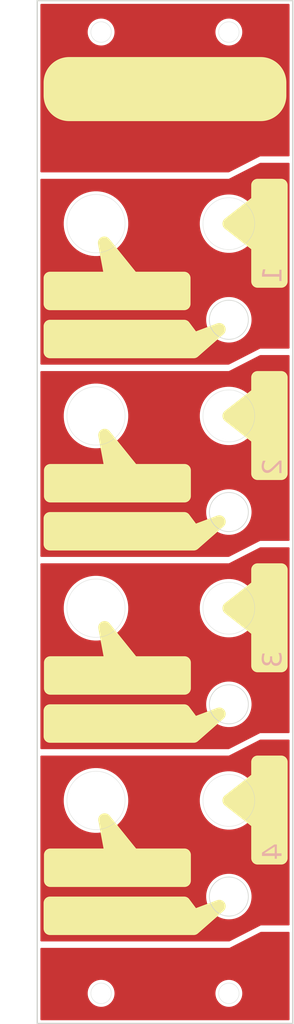
<source format=kicad_pcb>
(kicad_pcb
	(version 20241229)
	(generator "pcbnew")
	(generator_version "9.0")
	(general
		(thickness 1.6)
		(legacy_teardrops no)
	)
	(paper "A4" portrait)
	(title_block
		(title "Face Plate for ASMR DreamLand Prototyping Module")
		(date "2025-09-09")
		(rev "A")
		(company "by Circuit Monkey")
		(comment 1 "for ASMR :: Advanced Synth Module Rack")
	)
	(layers
		(0 "F.Cu" signal)
		(2 "B.Cu" signal)
		(9 "F.Adhes" user "F.Adhesive")
		(11 "B.Adhes" user "B.Adhesive")
		(13 "F.Paste" user)
		(15 "B.Paste" user)
		(5 "F.SilkS" user "F.Silkscreen")
		(7 "B.SilkS" user "B.Silkscreen")
		(1 "F.Mask" user)
		(3 "B.Mask" user)
		(17 "Dwgs.User" user "User.Drawings")
		(19 "Cmts.User" user "User.Comments")
		(21 "Eco1.User" user "User.Eco1")
		(23 "Eco2.User" user "User.Eco2")
		(25 "Edge.Cuts" user)
		(27 "Margin" user)
		(31 "F.CrtYd" user "F.Courtyard")
		(29 "B.CrtYd" user "B.Courtyard")
		(35 "F.Fab" user)
		(33 "B.Fab" user)
		(39 "User.1" user)
		(41 "User.2" user)
		(43 "User.3" user)
		(45 "User.4" user)
	)
	(setup
		(pad_to_mask_clearance 0)
		(allow_soldermask_bridges_in_footprints no)
		(tenting front back)
		(pcbplotparams
			(layerselection 0x00000000_00000000_55555555_5755f5ff)
			(plot_on_all_layers_selection 0x00000000_00000000_00000000_00000000)
			(disableapertmacros no)
			(usegerberextensions no)
			(usegerberattributes yes)
			(usegerberadvancedattributes yes)
			(creategerberjobfile yes)
			(dashed_line_dash_ratio 12.000000)
			(dashed_line_gap_ratio 3.000000)
			(svgprecision 4)
			(plotframeref no)
			(mode 1)
			(useauxorigin no)
			(hpglpennumber 1)
			(hpglpenspeed 20)
			(hpglpendiameter 15.000000)
			(pdf_front_fp_property_popups yes)
			(pdf_back_fp_property_popups yes)
			(pdf_metadata yes)
			(pdf_single_document no)
			(dxfpolygonmode yes)
			(dxfimperialunits yes)
			(dxfusepcbnewfont yes)
			(psnegative no)
			(psa4output no)
			(plot_black_and_white yes)
			(sketchpadsonfab no)
			(plotpadnumbers no)
			(hidednponfab no)
			(sketchdnponfab yes)
			(crossoutdnponfab yes)
			(subtractmaskfromsilk no)
			(outputformat 1)
			(mirror no)
			(drillshape 1)
			(scaleselection 1)
			(outputdirectory "")
		)
	)
	(net 0 "")
	(gr_line
		(start 120 107.5)
		(end 125 105)
		(stroke
			(width 0.3)
			(type default)
		)
		(layer "F.Mask")
		(uuid "34fd8f6b-ec71-449a-b150-b5bff3d77352")
	)
	(gr_line
		(start 90 137.5)
		(end 120 137.5)
		(stroke
			(width 0.3)
			(type default)
		)
		(layer "F.Mask")
		(uuid "557f0b53-cb39-4287-a88e-054274eceb2b")
	)
	(gr_line
		(start 125 195)
		(end 130 195)
		(stroke
			(width 0.3)
			(type default)
		)
		(layer "F.Mask")
		(uuid "56e9707d-af66-4c6c-a8d4-13a78c733b57")
	)
	(gr_line
		(start 90 107.5)
		(end 120 107.5)
		(stroke
			(width 0.3)
			(type default)
		)
		(layer "F.Mask")
		(uuid "8d0c5585-c23a-4d42-8048-a5c8049d7329")
	)
	(gr_line
		(start 120 167.5)
		(end 125 165)
		(stroke
			(width 0.3)
			(type default)
		)
		(layer "F.Mask")
		(uuid "903fb4c2-ba9d-4648-9bb7-b90fd19fc0fb")
	)
	(gr_line
		(start 125 165)
		(end 130 165)
		(stroke
			(width 0.3)
			(type default)
		)
		(layer "F.Mask")
		(uuid "ad312a04-52dc-49d3-ab06-eb992ff348cd")
	)
	(gr_line
		(start 120 77.5)
		(end 124.9 75)
		(stroke
			(width 0.3)
			(type default)
		)
		(layer "F.Mask")
		(uuid "cbce23bb-89e7-44ae-bda5-3347c42c8a81")
	)
	(gr_line
		(start 120 197.5)
		(end 125 195)
		(stroke
			(width 0.3)
			(type default)
		)
		(layer "F.Mask")
		(uuid "d5649ba4-715f-4022-923e-3547169e7918")
	)
	(gr_line
		(start 90 77.5)
		(end 120 77.5)
		(stroke
			(width 0.3)
			(type default)
		)
		(layer "F.Mask")
		(uuid "d837e2f0-4076-4490-9534-7c2fde6bb33a")
	)
	(gr_line
		(start 124.9 75)
		(end 130 75)
		(stroke
			(width 0.3)
			(type default)
		)
		(layer "F.Mask")
		(uuid "d9a00d6e-325c-40c5-be62-824952748f55")
	)
	(gr_line
		(start 90 197.5)
		(end 120 197.5)
		(stroke
			(width 0.3)
			(type default)
		)
		(layer "F.Mask")
		(uuid "e79370bd-04a6-43f2-9296-47318bef02ea")
	)
	(gr_line
		(start 125 105)
		(end 130 105)
		(stroke
			(width 0.3)
			(type default)
		)
		(layer "F.Mask")
		(uuid "f11dcb03-caeb-460e-8f20-b5dc10e54e03")
	)
	(gr_line
		(start 90 167.5)
		(end 120 167.5)
		(stroke
			(width 0.3)
			(type default)
		)
		(layer "F.Mask")
		(uuid "f529f98b-e8f4-4564-8da4-fdf303ac19bb")
	)
	(gr_line
		(start 125 135)
		(end 130 135)
		(stroke
			(width 0.3)
			(type default)
		)
		(layer "F.Mask")
		(uuid "f6ae374f-30fa-4267-bc76-b9ceaed6ca88")
	)
	(gr_line
		(start 120 137.5)
		(end 125 135)
		(stroke
			(width 0.3)
			(type default)
		)
		(layer "F.Mask")
		(uuid "f852154b-45aa-4dd6-acb6-767aae5488f5")
	)
	(gr_line
		(start 89.9 77.5)
		(end 119.9 77.5)
		(stroke
			(width 0.6)
			(type default)
		)
		(layer "B.Mask")
		(uuid "093a6f51-29c8-4eb9-968f-1d227221540d")
	)
	(gr_line
		(start 119.9 167.5)
		(end 124.9 165)
		(stroke
			(width 0.6)
			(type default)
		)
		(layer "B.Mask")
		(uuid "4158192d-c82f-4b12-b744-405cff24df7d")
	)
	(gr_line
		(start 124.9 105)
		(end 129.9 105)
		(stroke
			(width 0.6)
			(type default)
		)
		(layer "B.Mask")
		(uuid "662cee79-ee23-4378-809f-ec4cb3afcab8")
	)
	(gr_line
		(start 89.9 107.5)
		(end 119.9 107.5)
		(stroke
			(width 0.6)
			(type default)
		)
		(layer "B.Mask")
		(uuid "664c6412-5d29-4c7e-97b4-89864bcc8f98")
	)
	(gr_line
		(start 119.9 197.5)
		(end 124.9 195)
		(stroke
			(width 0.6)
			(type default)
		)
		(layer "B.Mask")
		(uuid "7b5abbe4-dbe4-4fb1-b39d-3247b22cba29")
	)
	(gr_line
		(start 119.9 107.5)
		(end 124.9 105)
		(stroke
			(width 0.6)
			(type default)
		)
		(layer "B.Mask")
		(uuid "859e804f-3124-4aea-947e-c9af6eeaf6c5")
	)
	(gr_line
		(start 124.9 195)
		(end 129.9 195)
		(stroke
			(width 0.6)
			(type default)
		)
		(layer "B.Mask")
		(uuid "8a193e39-5a7b-4b0b-b095-321980df7b6b")
	)
	(gr_line
		(start 124.9 165)
		(end 129.9 165)
		(stroke
			(width 0.6)
			(type default)
		)
		(layer "B.Mask")
		(uuid "8e3958cd-951f-4225-8626-c387d550b3a4")
	)
	(gr_line
		(start 119.9 77.5)
		(end 124.8 75)
		(stroke
			(width 0.6)
			(type default)
		)
		(layer "B.Mask")
		(uuid "a4fec953-5e5b-46a7-9571-23cb3dd5c9f5")
	)
	(gr_line
		(start 89.9 197.5)
		(end 119.9 197.5)
		(stroke
			(width 0.6)
			(type default)
		)
		(layer "B.Mask")
		(uuid "a9942da6-d827-4f1c-8939-2fe3139cbcef")
	)
	(gr_line
		(start 124.8 75)
		(end 129.9 75)
		(stroke
			(width 0.6)
			(type default)
		)
		(layer "B.Mask")
		(uuid "bf70e422-00e1-480a-9c49-7971b261a0ed")
	)
	(gr_line
		(start 119.9 137.5)
		(end 124.9 135)
		(stroke
			(width 0.6)
			(type default)
		)
		(layer "B.Mask")
		(uuid "cae4e2d7-f4b3-42a3-bba6-81c898246d93")
	)
	(gr_line
		(start 89.9 137.5)
		(end 119.9 137.5)
		(stroke
			(width 0.6)
			(type default)
		)
		(layer "B.Mask")
		(uuid "d4979d78-0fcf-4c7a-b55e-ff381ea964a0")
	)
	(gr_line
		(start 124.9 135)
		(end 129.9 135)
		(stroke
			(width 0.6)
			(type default)
		)
		(layer "B.Mask")
		(uuid "eb0dbf71-9e13-4959-9cfd-4c9ad2688d0d")
	)
	(gr_line
		(start 89.9 167.5)
		(end 119.9 167.5)
		(stroke
			(width 0.6)
			(type default)
		)
		(layer "B.Mask")
		(uuid "f99d22c9-aa77-4986-b794-cfdd5b28cbab")
	)
	(gr_poly
		(pts
			(xy 92.054546 183.5) (xy 101.590912 183.5) (xy 100.554546 178) (xy 105 183.5) (xy 113.054546 183.5)
			(xy 113.054546 187.5) (xy 92.054546 187.5)
		)
		(stroke
			(width 2)
			(type solid)
		)
		(fill yes)
		(layer "F.SilkS")
		(uuid "15d2a208-94f5-4899-a8dc-160fd191d782")
	)
	(gr_poly
		(pts
			(xy 92.054546 123.5) (xy 101.590912 123.5) (xy 100.554546 118) (xy 105 123.5) (xy 113.054546 123.5)
			(xy 113.054546 127.5) (xy 92.054546 127.5)
		)
		(stroke
			(width 2)
			(type solid)
		)
		(fill yes)
		(layer "F.SilkS")
		(uuid "3e442c45-601e-4ff6-9393-e29903264697")
	)
	(gr_poly
		(pts
			(xy 92 161) (xy 113 161) (xy 114.5 163) (xy 118.5 161.5) (xy 114.5 165) (xy 92 165)
		)
		(stroke
			(width 2)
			(type solid)
		)
		(fill yes)
		(layer "F.SilkS")
		(uuid "4f898ceb-ce2d-42ad-bf02-6fcdba29897a")
	)
	(gr_poly
		(pts
			(xy 124.5 94) (xy 124.5 88.5) (xy 120 85) (xy 124.5 81.5) (xy 124.5 79) (xy 128.2 79) (xy 128.2 94)
		)
		(stroke
			(width 2)
			(type solid)
		)
		(fill yes)
		(layer "F.SilkS")
		(uuid "55463196-8061-4786-940d-c71a8ef206d3")
	)
	(gr_poly
		(pts
			(xy 95 63) (xy 125 63) (xy 125 65) (xy 95 65)
		)
		(stroke
			(width 8)
			(type solid)
		)
		(fill yes)
		(layer "F.SilkS")
		(uuid "57bed8da-3076-4596-abf7-8994de12313c")
	)
	(gr_poly
		(pts
			(xy 124.5 184) (xy 124.5 178.5) (xy 120 175) (xy 124.5 171.5) (xy 124.5 169) (xy 128.2 169) (xy 128.2 184)
		)
		(stroke
			(width 2)
			(type solid)
		)
		(fill yes)
		(layer "F.SilkS")
		(uuid "68236f48-829e-453a-9905-ce68e34f9c7f")
	)
	(gr_poly
		(pts
			(xy 124.5 154) (xy 124.5 148.5) (xy 120 145) (xy 124.5 141.5) (xy 124.5 139) (xy 128.2 139) (xy 128.2 154)
		)
		(stroke
			(width 2)
			(type solid)
		)
		(fill yes)
		(layer "F.SilkS")
		(uuid "8b460a96-60b0-4d3b-b71e-f661ebb0e76f")
	)
	(gr_poly
		(pts
			(xy 92 131) (xy 113 131) (xy 114.5 133) (xy 118.5 131.5) (xy 114.5 135) (xy 92 135)
		)
		(stroke
			(width 2)
			(type solid)
		)
		(fill yes)
		(layer "F.SilkS")
		(uuid "9c8b1f8d-2cd1-4dc2-96fe-cccef616eaed")
	)
	(gr_poly
		(pts
			(xy 92 101) (xy 113 101) (xy 114.5 103) (xy 118.5 101.5) (xy 114.5 105) (xy 92 105)
		)
		(stroke
			(width 2)
			(type solid)
		)
		(fill yes)
		(layer "F.SilkS")
		(uuid "cb9366dc-9609-42ba-a255-170724a9bb99")
	)
	(gr_poly
		(pts
			(xy 92 93.5) (xy 101.536366 93.5) (xy 100.5 88) (xy 104.945454 93.5) (xy 113 93.5) (xy 113 97.5)
			(xy 92 97.5)
		)
		(stroke
			(width 2)
			(type solid)
		)
		(fill yes)
		(layer "F.SilkS")
		(uuid "e71f71f9-cfd3-4079-8fe5-4954da923231")
	)
	(gr_poly
		(pts
			(xy 92 191) (xy 113 191) (xy 114.5 193) (xy 118.5 191.5) (xy 114.5 195) (xy 92 195)
		)
		(stroke
			(width 2)
			(type solid)
		)
		(fill yes)
		(layer "F.SilkS")
		(uuid "e99d208e-5299-434c-b0ac-d4ff87d1c5ba")
	)
	(gr_poly
		(pts
			(xy 124.5 124) (xy 124.5 118.5) (xy 120 115) (xy 124.5 111.5) (xy 124.5 109) (xy 128.2 109) (xy 128.2 124)
		)
		(stroke
			(width 2)
			(type solid)
		)
		(fill yes)
		(layer "F.SilkS")
		(uuid "fa2e1de9-90ba-43c5-86a6-26fa5e8eed17")
	)
	(gr_poly
		(pts
			(xy 92.054546 153.5) (xy 101.590912 153.5) (xy 100.554546 148) (xy 105 153.5) (xy 113.054546 153.5)
			(xy 113.054546 157.5) (xy 92.054546 157.5)
		)
		(stroke
			(width 2)
			(type solid)
		)
		(fill yes)
		(layer "F.SilkS")
		(uuid "ffba52d1-fc02-4668-ba00-343c0e62adc7")
	)
	(gr_circle
		(center 99.2 175)
		(end 106.2 175)
		(stroke
			(width 0.1)
			(type default)
		)
		(fill no)
		(layer "Dwgs.User")
		(uuid "09f01210-453b-416e-a9ad-5e1614cd52d8")
	)
	(gr_circle
		(center 99.2 115)
		(end 106.2 115)
		(stroke
			(width 0.1)
			(type default)
		)
		(fill no)
		(layer "Dwgs.User")
		(uuid "0ab85ed7-06fc-4c9f-8449-7094d5102cd3")
	)
	(gr_circle
		(center 99.2 85)
		(end 103.7 85)
		(stroke
			(width 0.1)
			(type default)
		)
		(fill no)
		(layer "Dwgs.User")
		(uuid "163d1b33-44e4-4984-8cfb-0dcfa4c17ece")
	)
	(gr_rect
		(start 92.6 169.700556)
		(end 109.2 180.299444)
		(stroke
			(width 0.1)
			(type default)
		)
		(fill no)
		(layer "Dwgs.User")
		(uuid "317d1e7b-3d69-4c31-8828-4cdc407e726d")
	)
	(gr_circle
		(center 120 205.1)
		(end 123 205.1)
		(stroke
			(width 0.1)
			(type default)
		)
		(fill no)
		(layer "Dwgs.User")
		(uuid "322055c4-9f8a-4b51-8728-5260efc833a7")
	)
	(gr_circle
		(center 99.2 115)
		(end 103.7 115)
		(stroke
			(width 0.1)
			(type default)
		)
		(fill no)
		(layer "Dwgs.User")
		(uuid "3ab5f7e8-3200-4c08-ad6d-baa38fd8ee92")
	)
	(gr_rect
		(start 92.6 139.700556)
		(end 109.2 150.299444)
		(stroke
			(width 0.1)
			(type default)
		)
		(fill no)
		(layer "Dwgs.User")
		(uuid "4ea39643-ff1f-45bb-b487-52d3d32a1fb5")
	)
	(gr_circle
		(center 99.2 175)
		(end 103.7 175)
		(stroke
			(width 0.1)
			(type default)
		)
		(fill no)
		(layer "Dwgs.User")
		(uuid "5aca3f2b-07fe-4e3f-8abb-32f89fc19af4")
	)
	(gr_line
		(start 90 60)
		(end 130 60)
		(stroke
			(width 0.3)
			(type dot)
		)
		(layer "Dwgs.User")
		(uuid "64c00eff-0f49-4cef-9f71-530ffcd77ab2")
	)
	(gr_circle
		(center 120 85)
		(end 124.75 85)
		(stroke
			(width 0.1)
			(type solid)
		)
		(fill no)
		(layer "Dwgs.User")
		(uuid "71e95da3-7262-46b5-91c1-32da92cbe102")
	)
	(gr_rect
		(start 92.6 109.700556)
		(end 109.2 120.299444)
		(stroke
			(width 0.1)
			(type default)
		)
		(fill no)
		(layer "Dwgs.User")
		(uuid "876b8eda-dc22-440f-99f8-02e769318852")
	)
	(gr_circle
		(center 100 55.1)
		(end 103 55.1)
		(stroke
			(width 0.1)
			(type default)
		)
		(fill no)
		(layer "Dwgs.User")
		(uuid "95b990ae-e48b-4de3-887b-29ec0b9eb51f")
	)
	(gr_rect
		(start 106 87.6)
		(end 114 112.6)
		(stroke
			(width 0.1)
			(type dash_dot)
		)
		(fill no)
		(layer "Dwgs.User")
		(uuid "9bed10a5-3be8-4521-bc9e-f5c64c7e07f7")
	)
	(gr_circle
		(center 120 55.1)
		(end 123 55.1)
		(stroke
			(width 0.1)
			(type default)
		)
		(fill no)
		(layer "Dwgs.User")
		(uuid "9bfc9684-46fe-47f0-b9d6-d78ce671635b")
	)
	(gr_circle
		(center 99.2 144.95)
		(end 106.2 144.95)
		(stroke
			(width 0.1)
			(type default)
		)
		(fill no)
		(layer "Dwgs.User")
		(uuid "ab8f145b-86d5-4978-bda3-ebe0737f6c61")
	)
	(gr_circle
		(center 100 205.1)
		(end 103 205.1)
		(stroke
			(width 0.1)
			(type default)
		)
		(fill no)
		(layer "Dwgs.User")
		(uuid "c1665a1b-21de-48f6-9f41-6266dc7c4990")
	)
	(gr_line
		(start 90 200)
		(end 130 200)
		(stroke
			(width 0.3)
			(type dot)
		)
		(layer "Dwgs.User")
		(uuid "c186a0c9-4591-4df4-a537-50e79c76d736")
	)
	(gr_circle
		(center 99.2 85)
		(end 106.2 85)
		(stroke
			(width 0.1)
			(type default)
		)
		(fill no)
		(layer "Dwgs.User")
		(uuid "c90b7698-8ab9-4cc9-b636-d379cb8ed473")
	)
	(gr_rect
		(start 92.6 79.700556)
		(end 109.2 90.299444)
		(stroke
			(width 0.1)
			(type default)
		)
		(fill no)
		(layer "Dwgs.User")
		(uuid "ef5bd828-bec4-4f56-b8f4-c74af44ba928")
	)
	(gr_circle
		(center 99.2 145)
		(end 103.7 145)
		(stroke
			(width 0.1)
			(type default)
		)
		(fill no)
		(layer "Dwgs.User")
		(uuid "f54ac5b4-a230-4bb9-a198-bedf90b65964")
	)
	(gr_rect
		(start 109.2 62)
		(end 110.8 198)
		(stroke
			(width 0.1)
			(type default)
		)
		(fill no)
		(layer "Dwgs.User")
		(uuid "f782b23c-72d0-48e1-97a2-80c6c9ae6448")
	)
	(gr_circle
		(center 120 85)
		(end 124.05 85)
		(stroke
			(width 0.05)
			(type default)
		)
		(fill no)
		(layer "Edge.Cuts")
		(uuid "0c576e4b-6c5b-4658-83bd-89fac62bff46")
	)
	(gr_rect
		(start 90 50.2)
		(end 130 209.8)
		(stroke
			(width 0.2)
			(type solid)
		)
		(fill no)
		(layer "Edge.Cuts")
		(uuid "1171d190-a798-46f5-9799-b4d036f31a7a")
	)
	(gr_circle
		(center 120 205.1)
		(end 121.6 205.1)
		(stroke
			(width 0.05)
			(type default)
		)
		(fill no)
		(layer "Edge.Cuts")
		(uuid "24108fc9-e586-4959-a8e1-837227b3e0f8")
	)
	(gr_circle
		(center 120 145)
		(end 124.05 145)
		(stroke
			(width 0.05)
			(type default)
		)
		(fill no)
		(layer "Edge.Cuts")
		(uuid "32283893-ad54-4438-b43a-d71ea17ac408")
	)
	(gr_circle
		(center 100 205.1)
		(end 101.6 205.1)
		(stroke
			(width 0.05)
			(type default)
		)
		(fill no)
		(layer "Edge.Cuts")
		(uuid "4ff31694-d1cc-49d4-9bfb-6202efd8c715")
	)
	(gr_circle
		(center 99.2 85)
		(end 103.75 85)
		(stroke
			(width 0.05)
			(type default)
		)
		(fill no)
		(layer "Edge.Cuts")
		(uuid "577fda60-ee85-4aaf-89fb-bbb1f1bae16b")
	)
	(gr_circle
		(center 120 100)
		(end 123.05 100)
		(stroke
			(width 0.1)
			(type default)
		)
		(fill no)
		(layer "Edge.Cuts")
		(uuid "63e657aa-85c4-49ad-bbbf-e082a10566b6")
	)
	(gr_circle
		(center 120 175)
		(end 124.05 175)
		(stroke
			(width 0.05)
			(type default)
		)
		(fill no)
		(layer "Edge.Cuts")
		(uuid "8acc14dc-90f4-4c0f-b884-2d8fe1cda6a4")
	)
	(gr_circle
		(center 99.2 145)
		(end 103.75 145)
		(stroke
			(width 0.05)
			(type default)
		)
		(fill no)
		(layer "Edge.Cuts")
		(uuid "8e160ab7-85d7-486f-af00-82b28f942b8d")
	)
	(gr_circle
		(center 120 55.1)
		(end 121.6 55.1)
		(stroke
			(width 0.05)
			(type default)
		)
		(fill no)
		(layer "Edge.Cuts")
		(uuid "91dbf3f5-9c4c-4134-9605-c2284c1b7a2a")
	)
	(gr_circle
		(center 100 55.1)
		(end 101.6 55.1)
		(stroke
			(width 0.05)
			(type default)
		)
		(fill no)
		(layer "Edge.Cuts")
		(uuid "a1177261-b688-43f4-aa9b-d356714de8e7")
	)
	(gr_circle
		(center 120 190)
		(end 123.05 190)
		(stroke
			(width 0.1)
			(type default)
		)
		(fill no)
		(layer "Edge.Cuts")
		(uuid "ac185782-4d21-4845-876e-8021dd8bfc7b")
	)
	(gr_circle
		(center 120 160)
		(end 123.05 160)
		(stroke
			(width 0.1)
			(type default)
		)
		(fill no)
		(layer "Edge.Cuts")
		(uuid "b7623707-ddd9-4e17-a32a-2fbb8120b4e7")
	)
	(gr_circle
		(center 120 115)
		(end 124.05 115)
		(stroke
			(width 0.05)
			(type default)
		)
		(fill no)
		(layer "Edge.Cuts")
		(uuid "c2db8c5f-b55f-4b8d-961d-4f972595c286")
	)
	(gr_circle
		(center 120 130)
		(end 123.05 130)
		(stroke
			(width 0.1)
			(type default)
		)
		(fill no)
		(layer "Edge.Cuts")
		(uuid "c3291f37-12fe-4a80-8af2-e46f91494274")
	)
	(gr_circle
		(center 99.2 175)
		(end 103.75 175)
		(stroke
			(width 0.05)
			(type default)
		)
		(fill no)
		(layer "Edge.Cuts")
		(uuid "e44eb7f8-047c-4005-811e-cac6e60c207c")
	)
	(gr_circle
		(center 99.2 115)
		(end 103.75 115)
		(stroke
			(width 0.05)
			(type default)
		)
		(fill no)
		(layer "Edge.Cuts")
		(uuid "fc156cb7-4f11-4e8b-b6f6-93b7a4f901f4")
	)
	(gr_text "3"
		(at 110.5 145 0)
		(layer "F.Mask")
		(uuid "176f1db4-6fcc-4912-9c57-cacafeee1691")
		(effects
			(font
				(face "Audiowide")
				(size 6 6)
				(thickness 0.15)
			)
		)
		(render_cache "3" 0
			(polygon
				(pts
					(xy 112.944749 145.994134) (xy 112.904856 146.386739) (xy 112.794906 146.692791) (xy 112.624206 146.954541)
					(xy 112.421947 147.156242) (xy 112.187791 147.309944) (xy 111.936514 147.41233) (xy 111.677408 147.471533)
					(xy 111.448884 147.49) (xy 108.030339 147.49) (xy 108.030339 146.424246) (xy 111.448884 146.424246)
					(xy 111.645173 146.393912) (xy 111.770185 146.313604) (xy 111.846555 146.184991) (xy 111.874965 145.994134)
					(xy 111.874965 145.088115) (xy 108.030339 145.088115) (xy 108.030339 144.014302) (xy 111.874965 144.014302)
					(xy 111.874965 143.116709) (xy 111.845451 142.916249) (xy 111.767435 142.786771) (xy 111.641491 142.707761)
					(xy 111.448884 142.678171) (xy 108.030339 142.678171) (xy 108.030339 141.612418) (xy 111.448884 141.612418)
					(xy 111.714751 141.630644) (xy 111.940544 141.682027) (xy 112.147736 141.764798) (xy 112.323761 141.868506)
					(xy 112.478811 141.994929) (xy 112.608426 142.137051) (xy 112.801134 142.454689) (xy 112.909944 142.791011)
					(xy 112.944749 143.108649)
				)
			)
		)
	)
	(gr_text "2"
		(at 110.5 115 0)
		(layer "F.Mask")
		(uuid "2879ed33-57b4-4e6a-9514-18553befc7d8")
		(effects
			(font
				(face "Audiowide")
				(size 6 6)
				(thickness 0.15)
			)
		)
		(render_cache "2" 0
			(polygon
				(pts
					(xy 113.172994 117.49) (xy 107.774983 117.49) (xy 107.774983 115.518593) (xy 107.809787 115.196926)
					(xy 107.918231 114.858771) (xy 108.109107 114.538935) (xy 108.237252 114.39691) (xy 108.39194 114.27039)
					(xy 108.567966 114.166682) (xy 108.775157 114.083911) (xy 109.000951 114.032528) (xy 109.266818 114.014302)
					(xy 111.668702 114.014302) (xy 111.865531 113.984479) (xy 111.99037 113.905858) (xy 112.066659 113.778728)
					(xy 112.09515 113.587854) (xy 112.09515 113.116709) (xy 112.066002 112.918661) (xy 111.988538 112.788813)
					(xy 111.8632 112.707983) (xy 111.676762 112.678171) (xy 108.254553 112.678171) (xy 108.254553 111.612418)
					(xy 111.676762 111.612418) (xy 111.939396 111.63058) (xy 112.164759 111.682027) (xy 112.37195 111.764798)
					(xy 112.547976 111.868506) (xy 112.703026 111.994929) (xy 112.832641 112.137051) (xy 113.027547 112.454689)
					(xy 113.138189 112.791011) (xy 113.172994 113.108649) (xy 113.172994 113.587854) (xy 113.133092 113.980781)
					(xy 113.023151 114.286877) (xy 112.852122 114.548175) (xy 112.64836 114.749961) (xy 112.412678 114.904579)
					(xy 112.162561 115.008248) (xy 111.905278 115.069087) (xy 111.676762 115.088115) (xy 109.266818 115.088115)
					(xy 109.14321 115.098415) (xy 109.057624 115.125118) (xy 108.936724 115.223304) (xy 108.873343 115.362889)
					(xy 108.840736 115.518593) (xy 108.840736 116.424246) (xy 113.172994 116.424246)
				)
			)
		)
	)
	(gr_text "A      S      M      R"
		(at 110 52.4 0)
		(layer "F.Mask")
		(uuid "3764d7c4-46c4-4609-9db4-d5694637eae1")
		(effects
			(font
				(face "Audiowide")
				(size 2.3 2.5)
				(thickness 0.4)
				(bold yes)
			)
		)
		(render_cache "A      S      M      R" 0
			(polygon
				(pts
					(xy 96.343619 51.108589) (xy 96.416892 51.15353) (xy 96.465741 51.221081) (xy 96.483296 51.302817)
					(xy 96.483296 53.3545) (xy 96.029462 53.3545) (xy 96.029462 52.801448) (xy 94.478367 52.801448)
					(xy 94.478367 53.3545) (xy 94.024534 53.3545) (xy 94.024534 52.223539) (xy 94.478367 52.223539)
					(xy 94.478367 52.383921) (xy 96.029462 52.383921) (xy 96.029462 51.509965) (xy 95.253991 51.509965)
					(xy 95.168201 51.515442) (xy 95.017075 51.542828) (xy 94.931135 51.569689) (xy 94.836183 51.609958)
					(xy 94.746062 51.663026) (xy 94.661549 51.734669) (xy 94.590285 51.822) (xy 94.530116 51.933672)
					(xy 94.492269 52.060537) (xy 94.478367 52.223539) (xy 94.024534 52.223539) (xy 94.035183 52.060195)
					(xy 94.066307 51.908842) (xy 94.117193 51.767812) (xy 94.187761 51.634153) (xy 94.273394 51.515241)
					(xy 94.374411 51.409691) (xy 94.49016 51.317569) (xy 94.619455 51.239832) (xy 94.763673 51.17614)
					(xy 94.915869 51.130145) (xy 95.078733 51.102043) (xy 95.253991 51.092438) (xy 96.254776 51.092438)
				)
			)
			(polygon
				(pts
					(xy 106.181569 52.68699) (xy 106.172798 52.804952) (xy 106.147985 52.905935) (xy 106.108336 52.998753)
					(xy 106.059295 53.077553) (xy 105.999203 53.146798) (xy 105.930304 53.204229) (xy 105.854479 53.252092)
					(xy 105.777347 53.289757) (xy 105.616604 53.33877) (xy 105.462731 53.3545) (xy 103.744941 53.3545)
					(xy 103.744941 52.936972) (xy 105.462731 52.936972) (xy 105.543578 52.928767) (xy 105.607414 52.905921)
					(xy 105.658126 52.869281) (xy 105.695867 52.820534) (xy 105.719358 52.76079) (xy 105.727735 52.68699)
					(xy 105.722977 52.632821) (xy 105.709264 52.58489) (xy 105.686618 52.541358) (xy 105.656446 52.504699)
					(xy 105.618625 52.47487) (xy 105.572641 52.452315) (xy 105.521386 52.438561) (xy 105.462731 52.433777)
					(xy 104.441491 52.433777) (xy 104.331687 52.425323) (xy 104.207628 52.398246) (xy 104.087446 52.352165)
					(xy 103.974834 52.283647) (xy 103.87779 52.193856) (xy 103.795927 52.076358) (xy 103.757528 51.988513)
					(xy 103.733148 51.885107) (xy 103.724486 51.763178) (xy 103.733164 51.641245) (xy 103.757558 51.538145)
					(xy 103.795927 51.45084) (xy 103.877719 51.333706) (xy 103.974834 51.243551) (xy 104.087505 51.17437)
					(xy 104.207628 51.12811) (xy 104.331692 51.100925) (xy 104.441491 51.092438) (xy 105.957781 51.092438)
					(xy 105.957781 51.509965) (xy 104.441491 51.509965) (xy 104.361923 51.518303) (xy 104.298592 51.541639)
					(xy 104.247776 51.579342) (xy 104.210073 51.628945) (xy 104.186649 51.689245) (xy 104.178319 51.763178)
					(xy 104.186739 51.838016) (xy 104.210232 51.897921) (xy 104.247776 51.946171) (xy 104.298391 51.982472)
					(xy 104.361717 52.005064) (xy 104.441491 52.013161) (xy 105.462731 52.013161) (xy 105.466242 52.013161)
					(xy 105.619199 52.031418) (xy 105.779942 52.082819) (xy 105.85758 52.121873) (xy 105.932136 52.170593)
					(xy 105.999769 52.228426) (xy 106.06021 52.297972) (xy 106.109794 52.376762) (xy 106.148901 52.468887)
					(xy 106.173007 52.568985)
				)
			)
			(polygon
				(pts
					(xy 116.213691 53.3545) (xy 115.756499 53.3545) (xy 115.756499 52.025238) (xy 114.978433 53.284701)
					(xy 114.942647 53.328647) (xy 114.89539 53.360258) (xy 114.840293 53.379513) (xy 114.781207 53.385958)
					(xy 114.72369 53.379514) (xy 114.670229 53.360258) (xy 114.624386 53.328758) (xy 114.589018 53.284701)
					(xy 113.807441 52.025238) (xy 113.807441 53.3545) (xy 113.353607 53.3545) (xy 113.353607 51.271358)
					(xy 113.365246 51.20286) (xy 113.399861 51.142856) (xy 113.453193 51.095998) (xy 113.521219 51.06744)
					(xy 113.594492 51.061822) (xy 113.665169 51.076288) (xy 113.727146 51.110134) (xy 113.774468 51.162237)
					(xy 114.781207 52.772237) (xy 115.787945 51.162237) (xy 115.83587 51.10988) (xy 115.89877 51.075445)
					(xy 115.970579 51.060613) (xy 116.046079 51.06744) (xy 116.112832 51.09587) (xy 116.166521 51.142856)
					(xy 116.201843 51.202918) (xy 116.213691 51.271358)
				)
			)
			(polygon
				(pts
					(xy 126.007829 51.854183) (xy 125.997896 51.99035) (xy 125.969971 52.105429) (xy 125.924835 52.210855)
					(xy 125.867695 52.30064) (xy 125.797863 52.379551) (xy 125.719012 52.445434) (xy 125.6324 52.500516)
					(xy 125.543004 52.544303) (xy 125.450053 52.577814) (xy 125.357532 52.600339) (xy 125.194653 52.617613)
					(xy 126.122013 53.3545) (xy 125.420425 53.3545) (xy 124.494897 52.617613) (xy 124.172497 52.617613)
					(xy 124.172497 52.200086) (xy 125.181372 52.200086) (xy 125.261483 52.188834) (xy 125.332345 52.168346)
					(xy 125.396597 52.13793) (xy 125.450345 52.09939) (xy 125.494171 52.051827) (xy 125.526976 51.994763)
					(xy 125.546926 51.930615) (xy 125.553995 51.854183) (xy 125.553995 51.596617) (xy 125.545142 51.546058)
					(xy 125.522854 51.52092) (xy 125.493851 51.51151) (xy 125.464999 51.509965) (xy 124.00458 51.509965)
					(xy 124.00458 53.3545) (xy 123.550746 53.3545) (xy 123.550746 51.302817) (xy 123.568148 51.221081)
					(xy 123.616234 51.15353) (xy 123.688743 51.108589) (xy 123.779418 51.092438) (xy 125.464999 51.092438)
					(xy 125.607176 51.10574) (xy 125.718249 51.142435) (xy 125.813189 51.199665) (xy 125.886318 51.267847)
					(xy 125.942266 51.346608) (xy 125.979436 51.430196) (xy 126.001047 51.516366) (xy 126.007829 51.593386)
				)
			)
		)
	)
	(gr_text "4"
		(at 110.5 175 0)
		(layer "F.Mask")
		(uuid "970e5a96-fdad-4fec-8cd3-f4bda04978ff")
		(effects
			(font
				(face "Audiowide")
				(size 6 6)
				(thickness 0.15)
			)
		)
		(render_cache "4" 0
			(polygon
				(pts
					(xy 113.093127 177.49) (xy 112.019313 177.49) (xy 112.019313 175.088115) (xy 108.232206 175.088115)
					(xy 108.018982 175.045251) (xy 107.848989 174.930579) (xy 107.736148 174.760586) (xy 107.695116 174.551392)
					(xy 107.695116 171.612418) (xy 108.760869 171.612418) (xy 108.760869 174.014302) (xy 112.019313 174.014302)
					(xy 112.019313 171.612418) (xy 113.093127 171.612418)
				)
			)
		)
	)
	(gr_text "1"
		(at 110.5 85 0)
		(layer "F.Mask")
		(uuid "a58e6943-ad52-4c2e-942a-efbb518db8c9")
		(effects
			(font
				(face "Audiowide")
				(size 6 6)
				(thickness 0.15)
			)
		)
		(render_cache "1" 0
			(polygon
				(pts
					(xy 111.334944 87.49) (xy 110.26516 87.49) (xy 110.26516 82.678171) (xy 109.301989 82.678171) (xy 109.301989 81.612418)
					(xy 111.334944 81.612418)
				)
			)
		)
	)
	(gr_text "DreamLand"
		(at 110 200.3 0)
		(layer "F.Mask")
		(uuid "bcedbb0b-b87a-435b-80c3-e77897ef4e89")
		(effects
			(font
				(face "Kurale")
				(size 4 4)
				(thickness 0.2)
				(bold yes)
				(italic yes)
			)
		)
		(render_cache "DreamLand" 0
			(polygon
				(pts
					(xy 98.437773 198.258624) (xy 98.776978 198.331828) (xy 99.039567 198.442335) (xy 99.240444 198.585444)
					(xy 99.390335 198.761151) (xy 99.503126 198.973236) (xy 99.579061 199.211528) (xy 99.616877 199.481125)
					(xy 99.612864 199.78813) (xy 99.561061 200.139413) (xy 99.469909 200.476187) (xy 99.343175 200.785088)
					(xy 99.181019 201.069246) (xy 98.981498 201.326447) (xy 98.751081 201.542742) (xy 98.487369 201.72113)
					(xy 98.198401 201.852204) (xy 97.880548 201.932376) (xy 97.527739 201.96) (xy 95.965317 201.96)
					(xy 95.939183 201.772421) (xy 96.07254 201.743112) (xy 96.222541 201.681803) (xy 96.330216 201.607801)
					(xy 96.408188 201.503888) (xy 96.465038 201.334494) (xy 96.471204 201.304835) (xy 97.001132 201.304835)
					(xy 97.020728 201.459273) (xy 97.072715 201.555289) (xy 97.159592 201.625578) (xy 97.274961 201.670299)
					(xy 97.427844 201.686692) (xy 97.727022 201.662456) (xy 97.988693 201.592944) (xy 98.21952 201.48045)
					(xy 98.424512 201.323848) (xy 98.606645 201.118685) (xy 98.766634 200.8575) (xy 98.902909 200.530255)
					(xy 99.011758 200.124759) (xy 99.054329 199.837727) (xy 99.059967 199.575154) (xy 99.031786 199.333412)
					(xy 98.964228 199.103183) (xy 98.859018 198.910578) (xy 98.715736 198.749427) (xy 98.538709 198.629864)
					(xy 98.3172 198.554367) (xy 98.038939 198.527166) (xy 97.791327 198.547834) (xy 97.638801 198.598937)
					(xy 97.550874 198.670278) (xy 97.508688 198.761884) (xy 97.030216 201.063384) (xy 97.001132 201.304835)
					(xy 96.471204 201.304835) (xy 96.99822 198.769699) (xy 97.002722 198.712189) (xy 96.991626 198.68397)
					(xy 96.966726 198.66798) (xy 96.920795 198.6615) (xy 96.628925 198.6615) (xy 96.606943 198.458046)
					(xy 96.883936 198.379671) (xy 97.259316 198.30173) (xy 97.648164 198.248585) (xy 98.003768 198.231632)
				)
			)
			(polygon
				(pts
					(xy 99.70321 201.789762) (xy 99.808723 201.75972) (xy 99.927202 201.721406) (xy 99.998988 201.658848)
					(xy 100.046983 201.563283) (xy 100.095952 201.385052) (xy 100.391731 199.962581) (xy 100.389288 199.882226)
					(xy 100.368502 199.866594) (xy 100.324075 199.86) (xy 100.103768 199.86) (xy 100.080321 199.714675)
					(xy 100.26305 199.589835) (xy 100.460363 199.49217) (xy 100.659958 199.426437) (xy 100.809142 199.407662)
					(xy 100.876185 199.420286) (xy 100.920761 199.455289) (xy 100.944481 199.507289) (xy 100.942987 199.573747)
					(xy 100.829658 200.118653) (xy 100.842603 200.118653) (xy 100.958928 199.900599) (xy 101.085658 199.719717)
					(xy 101.2224 199.571549) (xy 101.379873 199.449146) (xy 101.522868 199.383267) (xy 101.656664 199.362721)
					(xy 101.791151 199.379578) (xy 101.895273 199.426546) (xy 101.976378 199.502916) (xy 102.028537 199.601676)
					(xy 102.049366 199.726657) (xy 102.033287 199.887599) (xy 101.992996 200.008493) (xy 101.925305 200.115555)
					(xy 101.82739 200.211221) (xy 101.71148 200.283916) (xy 101.587043 200.327037) (xy 101.451012 200.341646)
					(xy 101.368478 200.323535) (xy 101.355269 200.281807) (xy 101.410467 200.200963) (xy 101.501814 200.078108)
					(xy 101.558723 199.934494) (xy 101.564896 199.848523) (xy 101.546999 199.792588) (xy 101.508214 199.755506)
					(xy 101.449302 199.742519) (xy 101.338317 199.772582) (xy 101.182833 199.886622) (xy 101.038487 200.058398)
					(xy 100.871912 200.348729) (xy 100.735286 200.691549) (xy 100.613503 201.158639) (xy 100.577943 201.377496)
					(xy 100.571738 201.528911) (xy 100.59175 201.665974) (xy 100.638904 201.791716) (xy 100.685799 201.875003)
					(xy 100.602756 201.96) (xy 99.721284 201.96)
				)
			)
			(polygon
				(pts
					(xy 102.991696 202.032784) (xy 102.7653 202.013055) (xy 102.576639 201.95749) (xy 102.418458 201.868897)
					(xy 102.285239 201.746469) (xy 102.182922 201.59483) (xy 102.110467 201.408743) (xy 102.074783 201.209969)
					(xy 102.072896 200.983649) (xy 102.10949 200.724131) (xy 102.182317 200.461314) (xy 102.285048 200.224296)
					(xy 102.417481 200.009965) (xy 102.579747 199.818049) (xy 102.763616 199.659434) (xy 102.970935 199.531737)
					(xy 103.195918 199.438171) (xy 103.433257 199.381819) (xy 103.686078 199.362721) (xy 103.891207 199.379047)
					(xy 104.051801 199.423663) (xy 104.177045 199.49234) (xy 104.273726 199.584249) (xy 104.365028 199.73975)
					(xy 104.403457 199.914362) (xy 104.387544 200.117187) (xy 104.317317 200.323936) (xy 104.188974 200.528981)
					(xy 104.014838 200.706271) (xy 103.791591 200.850404) (xy 103.625381 200.918829) (xy 103.447516 200.960328)
					(xy 103.255478 200.97448) (xy 103.088982 200.960035) (xy 102.906699 200.914396) (xy 102.799639 200.861042)
					(xy 102.75337 200.801176) (xy 102.749163 200.729993) (xy 102.789463 200.647194) (xy 102.822073 200.619492)
					(xy 102.8515 200.611535) (xy 102.947732 200.642309) (xy 103.033719 200.664387) (xy 103.161689 200.673084)
					(xy 103.354598 200.653525) (xy 103.517721 200.597758) (xy 103.657257 200.506999) (xy 103.773865 200.386647)
					(xy 103.854574 200.254582) (xy 103.902721 200.10815) (xy 103.914809 199.978036) (xy 103.895775 199.866186)
					(xy 103.847523 199.767431) (xy 103.773112 199.689863) (xy 103.673946 199.642093) (xy 103.541731 199.624794)
					(xy 103.38975 199.642079) (xy 103.248601 199.693546) (xy 103.114771 199.781342) (xy 102.986078 199.911046)
					(xy 102.850892 200.113516) (xy 102.734077 200.380835) (xy 102.639497 200.72755) (xy 102.601574 201.028641)
					(xy 102.619211 201.256748) (xy 102.680042 201.429748) (xy 102.758421 201.53742) (xy 102.861442 201.614494)
					(xy 102.994298 201.66333) (xy 103.165841 201.681074) (xy 103.378082 201.662931) (xy 103.576511 201.609331)
					(xy 103.764331 201.51985) (xy 103.943999 201.391891) (xy 103.996511 201.373084) (xy 104.040385 201.384156)
					(xy 104.083461 201.420711) (xy 104.110725 201.47076) (xy 104.112038 201.522561) (xy 104.094208 201.555778)
					(xy 104.079065 201.575317) (xy 103.830065 201.775765) (xy 103.563468 201.917501) (xy 103.279309 202.004218)
				)
			)
			(polygon
				(pts
					(xy 106.579983 199.376187) (xy 106.892254 199.424515) (xy 107.336532 199.486308) (xy 107.395883 199.555673)
					(xy 107.300384 199.655812) (xy 107.227844 199.757906) (xy 107.194627 199.853649) (xy 106.850977 201.505952)
					(xy 106.851401 201.59033) (xy 106.888059 201.635674) (xy 106.969679 201.65323) (xy 107.088841 201.632409)
					(xy 107.238102 201.560418) (xy 107.31113 201.701835) (xy 107.138909 201.84365) (xy 106.975541 201.945345)
					(xy 106.811212 202.013356) (xy 106.685869 202.032784) (xy 106.551063 202.01599) (xy 106.461568 201.971964)
					(xy 106.404257 201.903579) (xy 106.37426 201.81436) (xy 106.366651 201.689084) (xy 106.389846 201.514989)
					(xy 106.220939 201.68986) (xy 106.062117 201.81981) (xy 105.911863 201.911639) (xy 105.66961 202.00302)
					(xy 105.426064 202.032784) (xy 105.2687 202.016273) (xy 105.129448 201.968239) (xy 105.004257 201.888436)
					(xy 104.901359 201.781391) (xy 104.819742 201.642349) (xy 104.760258 201.464431) (xy 104.73355 201.277395)
					(xy 104.737209 201.053643) (xy 104.742699 201.016999) (xy 105.293646 201.016999) (xy 105.303606 201.242307)
					(xy 105.35157 201.396287) (xy 105.442831 201.52254) (xy 105.556665 201.594653) (xy 105.700593 201.619525)
					(xy 105.892388 201.594008) (xy 106.080159 201.515748) (xy 106.269075 201.377172) (xy 106.462387 201.164745)
					(xy 106.746441 199.799427) (xy 106.621398 199.722565) (xy 106.475395 199.675148) (xy 106.30314 199.658499)
					(xy 106.079443 199.688314) (xy 105.879374 199.776569) (xy 105.695952 199.928143) (xy 105.550083 200.121302)
					(xy 105.429801 200.372309) (xy 105.338381 200.693845) (xy 105.293646 201.016999) (xy 104.742699 201.016999)
					(xy 104.777355 200.78568) (xy 104.867803 200.463469) (xy 104.992838 200.186503) (xy 105.151096 199.948689)
					(xy 105.343266 199.74545) (xy 105.568619 199.57773) (xy 105.811565 199.459218) (xy 106.075946 199.387345)
					(xy 106.366888 199.362721)
				)
			)
			(polygon
				(pts
					(xy 111.379728 202.032784) (xy 111.248744 202.016047) (xy 111.161803 201.972064) (xy 111.106176 201.903335)
					(xy 111.078496 201.813988) (xy 111.073131 201.680446) (xy 111.100558 201.48568) (xy 111.351884 200.276189)
					(xy 111.376303 200.063484) (xy 111.35575 199.925124) (xy 111.30409 199.837051) (xy 111.222817 199.78427)
					(xy 111.100802 199.764745) (xy 110.973215 199.781627) (xy 110.842992 199.834239) (xy 110.706594 199.928632)
					(xy 110.528403 200.117661) (xy 110.357327 200.390739) (xy 110.222328 200.70468) (xy 110.11626 201.080237)
					(xy 110.103315 201.141786) (xy 110.063998 201.386867) (xy 110.058374 201.553579) (xy 110.088087 201.70713)
					(xy 110.166574 201.875003) (xy 110.083531 201.96) (xy 109.473412 201.96) (xy 109.823412 200.276189)
					(xy 109.846134 200.105032) (xy 109.838858 199.981487) (xy 109.809735 199.893217) (xy 109.754758 199.823599)
					(xy 109.675057 199.780608) (xy 109.561584 199.764745) (xy 109.427216 199.782673) (xy 109.292876 199.838108)
					(xy 109.15492 199.936936) (xy 109.034842 200.060373) (xy 108.918632 200.219856) (xy 108.806629 200.421514)
					(xy 108.674029 200.749399) (xy 108.56947 201.141786) (xy 108.532996 201.365905) (xy 108.526239 201.520362)
					(xy 108.545341 201.660843) (xy 108.591451 201.791716) (xy 108.638346 201.875003) (xy 108.555303 201.96)
					(xy 107.673831 201.96) (xy 107.655757 201.789762) (xy 107.76127 201.75972) (xy 107.879749 201.721406)
					(xy 107.951535 201.658848) (xy 107.99953 201.563283) (xy 108.0485 201.385052) (xy 108.344278 199.962581)
					(xy 108.341835 199.882226) (xy 108.321049 199.866594) (xy 108.276622 199.86) (xy 108.056315 199.86)
					(xy 108.032868 199.714675) (xy 108.215598 199.589835) (xy 108.41291 199.49217) (xy 108.612505 199.426437)
					(xy 108.761689 199.407662) (xy 108.828732 199.420286) (xy 108.873308 199.455289) (xy 108.897028 199.507289)
					(xy 108.895534 199.573747) (xy 108.77268 200.126468) (xy 108.913064 199.910673) (xy 109.074305 199.72751)
					(xy 109.257257 199.573991) (xy 109.461258 199.451971) (xy 109.650005 199.384234) (xy 109.828297 199.362721)
					(xy 110.026249 199.386452) (xy 110.163498 199.44952) (xy 110.256699 199.547857) (xy 110.312551 199.676977)
					(xy 110.336876 199.851814) (xy 110.320447 200.087634) (xy 110.449319 199.900564) (xy 110.606083 199.73067)
					(xy 110.793056 199.576922) (xy 110.999489 199.452672) (xy 111.187448 199.384273) (xy 111.362142 199.362721)
					(xy 111.529233 199.379136) (xy 111.652884 199.423339) (xy 111.743629 199.49142) (xy 111.807885 199.584738)
					(xy 111.853063 199.737184) (xy 111.861273 199.960162) (xy 111.81619 200.279609) (xy 111.5612 201.505952)
					(xy 111.558407 201.603681) (xy 111.590634 201.652465) (xy 111.65963 201.670083) (xy 111.782144 201.645365)
					(xy 111.930984 201.55993) (xy 112.010363 201.701591) (xy 111.83833 201.84359) (xy 111.675017 201.945345)
					(xy 111.510034 202.013098)
				)
			)
			(polygon
				(pts
					(xy 114.595918 202.028632) (xy 114.571783 201.997763) (xy 114.53388 201.97612) (xy 114.403943 201.96)
					(xy 112.419958 201.96) (xy 112.391382 201.7839) (xy 112.513747 201.754103) (xy 112.684819 201.686271)
					(xy 112.78046 201.613663) (xy 112.844018 201.508598) (xy 112.902338 201.312267) (xy 113.386671 198.982435)
					(xy 113.412348 198.767338) (xy 113.392533 198.660523) (xy 113.326087 198.586563) (xy 113.178088 198.521304)
					(xy 113.053524 198.491018) (xy 113.156839 198.304417) (xy 114.255932 198.304417) (xy 114.310886 198.391367)
					(xy 114.221249 198.491263) (xy 114.078599 198.660997) (xy 113.97432 198.839309) (xy 113.896869 199.041814)
					(xy 113.823866 199.32755) (xy 113.417446 201.281981) (xy 113.393109 201.433645) (xy 113.391556 201.521584)
					(xy 113.412644 201.588509) (xy 113.45628 201.626608) (xy 113.523472 201.645173) (xy 113.6485 201.65323)
					(xy 114.081298 201.65323) (xy 114.250046 201.641461) (xy 114.372507 201.610506) (xy 114.45963 201.565059)
					(xy 114.571644 201.447303) (xy 114.703873 201.20993) (xy 114.757851 201.091472) (xy 114.935904 201.145938)
					(xy 114.751989 202.030586) (xy 114.626936 202.085296)
				)
			)
			(polygon
				(pts
					(xy 117.185985 199.376187) (xy 117.498255 199.424515) (xy 117.942533 199.486308) (xy 118.001884 199.555673)
					(xy 117.906385 199.655812) (xy 117.833845 199.757906) (xy 117.800628 199.853649) (xy 117.456978 201.505952)
					(xy 117.457402 201.59033) (xy 117.49406 201.635674) (xy 117.57568 201.65323) (xy 117.694842 201.632409)
					(xy 117.844103 201.560418) (xy 117.917132 201.701835) (xy 117.74491 201.84365) (xy 117.581542 201.945345)
					(xy 117.417213 202.013356) (xy 117.29187 202.032784) (xy 117.157064 202.01599) (xy 117.06757 201.971964)
					(xy 117.010258 201.903579) (xy 116.980261 201.81436) (xy 116.972653 201.689084) (xy 116.995848 201.514989)
					(xy 116.82694 201.68986) (xy 116.668119 201.81981) (xy 116.517865 201.911639) (xy 116.275611 202.00302)
					(xy 116.032066 202.032784) (xy 115.874702 202.016273) (xy 115.73545 201.968239) (xy 115.610258 201.888436)
					(xy 115.507361 201.781391) (xy 115.425743 201.642349) (xy 115.36626 201.464431) (xy 115.339551 201.277395)
					(xy 115.343211 201.053643) (xy 115.348701 201.016999) (xy 115.899647 201.016999) (xy 115.909607 201.242307)
					(xy 115.957571 201.396287) (xy 116.048832 201.52254) (xy 116.162666 201.594653) (xy 116.306594 201.619525)
					(xy 116.498389 201.594008) (xy 116.68616 201.515748) (xy 116.875076 201.377172) (xy 117.068388 201.164745)
					(xy 117.352442 199.799427) (xy 117.2274 199.722565) (xy 117.081396 199.675148) (xy 116.909142 199.658499)
					(xy 116.685445 199.688314) (xy 116.485375 199.776569) (xy 116.301954 199.928143) (xy 116.156085 200.121302)
					(xy 116.035802 200.372309) (xy 115.944382 200.693845) (xy 115.899647 201.016999) (xy 115.348701 201.016999)
					(xy 115.383357 200.78568) (xy 115.473805 200.463469) (xy 115.59884 200.186503) (xy 115.757097 199.948689)
					(xy 115.949267 199.74545) (xy 116.174621 199.57773) (xy 116.417567 199.459218) (xy 116.681947 199.387345)
					(xy 116.972889 199.362721)
				)
			)
			(polygon
				(pts
					(xy 120.506839 202.032784) (xy 120.375813 202.015964) (xy 120.289938 201.971957) (xy 120.235973 201.903335)
					(xy 120.209664 201.814172) (xy 120.205224 201.680617) (xy 120.233042 201.48568) (xy 120.484368 200.276189)
					(xy 120.5052 200.106156) (xy 120.493363 199.982645) (xy 120.457013 199.893217) (xy 120.393385 199.824705)
					(xy 120.300544 199.78108) (xy 120.167585 199.764745) (xy 120.033217 199.782673) (xy 119.898877 199.838108)
					(xy 119.760921 199.936936) (xy 119.640843 200.060373) (xy 119.524633 200.219856) (xy 119.412631 200.421514)
					(xy 119.280031 200.749399) (xy 119.175471 201.141786) (xy 119.138997 201.365905) (xy 119.13224 201.520362)
					(xy 119.151343 201.660843) (xy 119.197453 201.791716) (xy 119.244347 201.875003) (xy 119.161305 201.96)
					(xy 118.279832 201.96) (xy 118.261758 201.789762) (xy 118.367271 201.75972) (xy 118.485751 201.721406)
					(xy 118.557537 201.658848) (xy 118.605532 201.563283) (xy 118.654501 201.385052) (xy 118.950279 199.962581)
					(xy 118.947837 199.882226) (xy 118.92705 199.866594) (xy 118.882624 199.86) (xy 118.662317 199.86)
					(xy 118.638869 199.714675) (xy 118.821599 199.589835) (xy 119.018911 199.49217) (xy 119.218506 199.426437)
					(xy 119.36769 199.407662) (xy 119.434734 199.420286) (xy 119.479309 199.455289) (xy 119.50303 199.507289)
					(xy 119.501535 199.573747) (xy 119.378681 200.126468) (xy 119.518444 199.91474) (xy 119.682064 199.732366)
					(xy 119.87083 199.576922) (xy 120.080863 199.453459) (xy 120.276307 199.384645) (xy 120.461898 199.362721)
					(xy 120.634905 199.379129) (xy 120.764226 199.423419) (xy 120.860195 199.491575) (xy 120.929379 199.584494)
					(xy 120.980214 199.737709) (xy 120.992181 199.960703) (xy 120.948674 200.279609) (xy 120.693684 201.505952)
					(xy 120.69148 201.60299) (xy 120.725217 201.652101) (xy 120.797976 201.670083) (xy 120.916351 201.645827)
					(xy 121.06933 201.559685) (xy 121.142847 201.701835) (xy 120.975913 201.838875) (xy 120.80799 201.942414)
					(xy 120.63757 202.012659)
				)
			)
			(polygon
				(pts
					(xy 124.405263 197.986645) (xy 124.449895 198.021828) (xy 124.473026 198.074509) (xy 124.470656 198.145903)
					(xy 123.772121 201.505952) (xy 123.772545 201.59033) (xy 123.809204 201.635674) (xy 123.890823 201.65323)
					(xy 124.009985 201.632409) (xy 124.159246 201.560418) (xy 124.232275 201.701835) (xy 124.060053 201.84365)
					(xy 123.896685 201.945345) (xy 123.732356 202.013356) (xy 123.607013 202.032784) (xy 123.472207 202.01599)
					(xy 123.382713 201.971964) (xy 123.325401 201.903579) (xy 123.295404 201.81436) (xy 123.287796 201.689084)
					(xy 123.310991 201.514989) (xy 123.142083 201.68986) (xy 122.983262 201.81981) (xy 122.833008 201.911639)
					(xy 122.590754 202.00302) (xy 122.347209 202.032784) (xy 122.189845 202.016273) (xy 122.050593 201.968239)
					(xy 121.925401 201.888436) (xy 121.822504 201.781391) (xy 121.740886 201.642349) (xy 121.681403 201.464431)
					(xy 121.654694 201.277395) (xy 121.658354 201.053643) (xy 121.663844 201.016999) (xy 122.21479 201.016999)
					(xy 122.22475 201.242307) (xy 122.272715 201.396287) (xy 122.363975 201.52254) (xy 122.477809 201.594653)
					(xy 122.621738 201.619525) (xy 122.813532 201.594008) (xy 123.001303 201.515748) (xy 123.190219 201.377172)
					(xy 123.383531 201.164745) (xy 123.667585 199.799427) (xy 123.542543 199.722565) (xy 123.39654 199.675148)
					(xy 123.224285 199.658499) (xy 123.000588 199.688314) (xy 122.800518 199.776569) (xy 122.617097 199.928143)
					(xy 122.471228 200.121302) (xy 122.350945 200.372309) (xy 122.259525 200.693845) (xy 122.21479 201.016999)
					(xy 121.663844 201.016999) (xy 121.6985 200.78568) (xy 121.788948 200.463469) (xy 121.913983 200.186503)
					(xy 122.07224 199.948689) (xy 122.26441 199.74545) (xy 122.489764 199.57773) (xy 122.73271 199.459218)
					(xy 122.997091 199.387345) (xy 123.288032 199.362721) (xy 123.562919 199.379597) (xy 123.74037 199.421584)
					(xy 123.925994 198.528876) (xy 123.923552 198.44852) (xy 123.903618 198.432706) (xy 123.863957 198.426294)
					(xy 123.638032 198.426294) (xy 123.61947 198.286343) (xy 123.797063 198.161542) (xy 123.993894 198.061395)
					(xy 124.193622 197.993126) (xy 124.338032 197.973956)
				)
			)
		)
	)
	(gr_text "2"
		(at 127 123 90)
		(layer "B.SilkS")
		(uuid "27883b9b-dc2a-4078-961a-247262ff4f75")
		(effects
			(font
				(face "Audiowide")
				(size 3 3)
				(thickness 0.15)
			)
			(justify mirror)
		)
		(render_cache "2" 90
			(polygon
				(pts
					(xy 128.245 124.336497) (xy 128.245 121.637492) (xy 127.259296 121.637492) (xy 127.098463 121.654894)
					(xy 126.929385 121.709116) (xy 126.769467 121.804554) (xy 126.698455 121.868626) (xy 126.635195 121.94597)
					(xy 126.583341 122.033983) (xy 126.541955 122.137579) (xy 126.516264 122.250476) (xy 126.507151 122.383409)
					(xy 126.507151 123.584351) (xy 126.492239 123.682766) (xy 126.452929 123.745185) (xy 126.389364 123.78333)
					(xy 126.293927 123.797575) (xy 126.058354 123.797575) (xy 125.95933 123.783001) (xy 125.894406 123.744269)
					(xy 125.853991 123.6816) (xy 125.839085 123.588381) (xy 125.839085 121.877277) (xy 125.306209 121.877277)
					(xy 125.306209 123.588381) (xy 125.31529 123.719698) (xy 125.341013 123.83238) (xy 125.382399 123.935975)
					(xy 125.434253 124.023988) (xy 125.497464 124.101513) (xy 125.568525 124.166321) (xy 125.727344 124.263774)
					(xy 125.895505 124.319095) (xy 126.054324 124.336497) (xy 126.293927 124.336497) (xy 126.49039 124.316546)
					(xy 126.643438 124.261576) (xy 126.774087 124.176061) (xy 126.87498 124.07418) (xy 126.952289 123.956339)
					(xy 127.004124 123.831281) (xy 127.034543 123.702639) (xy 127.044057 123.588381) (xy 127.044057 122.383409)
					(xy 127.049207 122.321605) (xy 127.062559 122.278812) (xy 127.111652 122.218362) (xy 127.181444 122.186672)
					(xy 127.259296 122.170368) (xy 127.712123 122.170368) (xy 127.712123 124.336497)
				)
			)
		)
	)
	(gr_text "4"
		(at 127 183 90)
		(layer "B.SilkS")
		(uuid "800e647f-1c32-491d-b2b2-0d2b54185b11")
		(effects
			(font
				(face "Audiowide")
				(size 3 3)
				(thickness 0.15)
			)
			(justify mirror)
		)
		(render_cache "4" 90
			(polygon
				(pts
					(xy 128.245 184.296563) (xy 128.245 183.759656) (xy 127.044057 183.759656) (xy 127.044057 181.866103)
					(xy 127.022625 181.759491) (xy 126.965289 181.674494) (xy 126.880293 181.618074) (xy 126.775696 181.597558)
					(xy 125.306209 181.597558) (xy 125.306209 182.130434) (xy 126.507151 182.130434) (xy 126.507151 183.759656)
					(xy 125.306209 183.759656) (xy 125.306209 184.296563)
				)
			)
		)
	)
	(gr_text "1"
		(at 127 93 90)
		(layer "B.SilkS")
		(uuid "9cd69bbd-845b-4a7c-82aa-c2de5f39a922")
		(effects
			(font
				(face "Audiowide")
				(size 3 3)
				(thickness 0.15)
			)
			(justify mirror)
		)
		(render_cache "1" 90
			(polygon
				(pts
					(xy 128.245 93.417472) (xy 128.245 92.88258) (xy 125.839085 92.88258) (xy 125.839085 92.400994)
					(xy 125.306209 92.400994) (xy 125.306209 93.417472)
				)
			)
		)
	)
	(gr_text "3"
		(at 127 153 90)
		(layer "B.SilkS")
		(uuid "e0282ba8-3c64-4b7e-ae00-69a98854850e")
		(effects
			(font
				(face "Audiowide")
				(size 3 3)
				(thickness 0.15)
			)
			(justify mirror)
		)
		(render_cache "3" 90
			(polygon
				(pts
					(xy 127.497067 154.222375) (xy 127.693369 154.202428) (xy 127.846395 154.147453) (xy 127.97727 154.062103)
					(xy 128.078121 153.960974) (xy 128.154972 153.843896) (xy 128.206165 153.718257) (xy 128.235766 153.588704)
					(xy 128.245 153.474442) (xy 128.245 151.76517) (xy 127.712123 151.76517) (xy 127.712123 153.474442)
					(xy 127.696956 153.572587) (xy 127.656802 153.635093) (xy 127.592495 153.673278) (xy 127.497067 153.687483)
					(xy 127.044057 153.687483) (xy 127.044057 151.76517) (xy 126.507151 151.76517) (xy 126.507151 153.687483)
					(xy 126.058354 153.687483) (xy 125.958124 153.672726) (xy 125.893385 153.633718) (xy 125.85388 153.570746)
					(xy 125.839085 153.474442) (xy 125.839085 151.76517) (xy 125.306209 151.76517) (xy 125.306209 153.474442)
					(xy 125.315322 153.607376) (xy 125.341013 153.720272) (xy 125.382399 153.823868) (xy 125.434253 153.911881)
					(xy 125.497464 153.989406) (xy 125.568525 154.054213) (xy 125.727344 154.150567) (xy 125.895505 154.204972)
					(xy 126.054324 154.222375)
				)
			)
		)
	)
	(gr_text "Chassis Rail"
		(at 110 59.4 0)
		(layer "Cmts.User")
		(uuid "06a15989-5410-4685-a305-ed5d3834595d")
		(effects
			(font
				(size 1 1)
				(thickness 0.15)
			)
			(justify bottom)
		)
	)
	(gr_text "Chassis Rail"
		(at 110 200.1 0)
		(layer "Cmts.User")
		(uuid "1041afce-0de2-426e-ab1b-150bdc081e13")
		(effects
			(font
				(size 1 1)
				(thickness 0.15)
			)
			(justify top)
		)
	)
	(gr_text "Slot (on Backplane)"
		(at 114 100.1 90)
		(layer "Cmts.User")
		(uuid "4a597b6b-9b87-4922-b687-46406afd44e0")
		(effects
			(font
				(size 1 1)
				(thickness 0.15)
			)
			(justify bottom)
		)
	)
	(gr_text "Moudle PCB"
		(at 110 150.1 90)
		(layer "Cmts.User")
		(uuid "63fbecbd-9ab3-4192-8319-3d1c0b8fb48f")
		(effects
			(font
				(size 0.7 0.7)
				(thickness 0.07)
			)
		)
	)
	(dimension
		(type orthogonal)
		(layer "Dwgs.User")
		(uuid "425ca8b7-1c45-452f-9b9b-70990d3c9fec")
		(pts
			(xy 109 145) (xy 109 175)
		)
		(height -22.5)
		(orientation 1)
		(format
			(prefix "")
			(suffix "")
			(units 3)
			(units_format 0)
			(precision 4)
			(suppress_zeroes yes)
		)
		(style
			(thickness 0.1)
			(arrow_length 1.27)
			(text_position_mode 0)
			(arrow_direction outward)
			(extension_height 0.58642)
			(extension_offset 0.5)
			(keep_text_aligned yes)
		)
		(gr_text "30"
			(at 85.35 160 90)
			(layer "Dwgs.User")
			(uuid "425ca8b7-1c45-452f-9b9b-70990d3c9fec")
			(effects
				(font
					(size 1 1)
					(thickness 0.15)
				)
			)
		)
	)
	(dimension
		(type orthogonal)
		(layer "Dwgs.User")
		(uuid "5afd9568-e1b0-4601-a8f6-5c92879454f8")
		(pts
			(xy 109.2 62) (xy 109.2 85)
		)
		(height -22.8)
		(orientation 1)
		(format
			(prefix "")
			(suffix "")
			(units 3)
			(units_format 0)
			(precision 4)
			(suppress_zeroes yes)
		)
		(style
			(thickness 0.1)
			(arrow_length 1.27)
			(text_position_mode 0)
			(arrow_direction outward)
			(extension_height 0.58642)
			(extension_offset 0.5)
			(keep_text_aligned yes)
		)
		(gr_text "23"
			(at 85.25 73.5 90)
			(layer "Dwgs.User")
			(uuid "5afd9568-e1b0-4601-a8f6-5c92879454f8")
			(effects
				(font
					(size 1 1)
					(thickness 0.15)
				)
			)
		)
	)
	(dimension
		(type orthogonal)
		(layer "Dwgs.User")
		(uuid "c5585888-7ae1-4352-a8fa-6bb8bb240200")
		(pts
			(xy 109.2 85) (xy 109.2 115)
		)
		(height -22.8)
		(orientation 1)
		(format
			(prefix "")
			(suffix "")
			(units 3)
			(units_format 0)
			(precision 4)
			(suppress_zeroes yes)
		)
		(style
			(thickness 0.1)
			(arrow_length 1.27)
			(text_position_mode 0)
			(arrow_direction outward)
			(extension_height 0.58642)
			(extension_offset 0.5)
			(keep_text_aligned yes)
		)
		(gr_text "30"
			(at 85.25 100 90)
			(layer "Dwgs.User")
			(uuid "c5585888-7ae1-4352-a8fa-6bb8bb240200")
			(effects
				(font
					(size 1 1)
					(thickness 0.15)
				)
			)
		)
	)
	(dimension
		(type orthogonal)
		(layer "Dwgs.User")
		(uuid "d0ebe911-d015-4fc6-96cd-fa68351e619b")
		(pts
			(xy 109 115) (xy 109 145)
		)
		(height -22.5)
		(orientation 1)
		(format
			(prefix "")
			(suffix "")
			(units 3)
			(units_format 0)
			(precision 4)
			(suppress_zeroes yes)
		)
		(style
			(thickness 0.1)
			(arrow_length 1.27)
			(text_position_mode 0)
			(arrow_direction outward)
			(extension_height 0.58642)
			(extension_offset 0.5)
			(keep_text_aligned yes)
		)
		(gr_text "30"
			(at 85.35 130 90)
			(layer "Dwgs.User")
			(uuid "d0ebe911-d015-4fc6-96cd-fa68351e619b")
			(effects
				(font
					(size 1 1)
					(thickness 0.15)
				)
			)
		)
	)
	(zone
		(net 0)
		(net_name "")
		(layer "F.Cu")
		(uuid "25fdd3c7-338b-4995-a357-d1eb0c22cadf")
		(hatch edge 0.5)
		(connect_pads
			(clearance 0.3)
		)
		(min_thickness 0.25)
		(filled_areas_thickness no)
		(fill yes
			(thermal_gap 0.3)
			(thermal_bridge_width 0.5)
			(island_removal_mode 1)
			(island_area_min 10)
		)
		(polygon
			(pts
				(xy 90 50.2) (xy 130 50.2) (xy 130 209.8) (xy 90 209.8)
			)
		)
		(filled_polygon
			(layer "F.Cu")
			(island)
			(pts
				(xy 129.442539 195.519685) (xy 129.488294 195.572489) (xy 129.4995 195.624) (xy 129.4995 209.1755)
				(xy 129.479815 209.242539) (xy 129.427011 209.288294) (xy 129.3755 209.2995) (xy 90.6245 209.2995)
				(xy 90.557461 209.279815) (xy 90.511706 209.227011) (xy 90.5005 209.1755) (xy 90.5005 204.962332)
				(xy 97.8995 204.962332) (xy 97.8995 205.237667) (xy 97.899501 205.237684) (xy 97.935438 205.510655)
				(xy 97.935439 205.51066) (xy 97.93544 205.510666) (xy 97.935441 205.510668) (xy 98.006704 205.77663)
				(xy 98.112075 206.031017) (xy 98.11208 206.031028) (xy 98.191809 206.169121) (xy 98.249751 206.269479)
				(xy 98.249753 206.269482) (xy 98.249754 206.269483) (xy 98.41737 206.487926) (xy 98.417376 206.487933)
				(xy 98.612066 206.682623) (xy 98.612072 206.682628) (xy 98.830521 206.850249) (xy 98.983778 206.938732)
				(xy 99.068971 206.987919) (xy 99.068976 206.987921) (xy 99.068979 206.987923) (xy 99.323368 207.093295)
				(xy 99.589334 207.16456) (xy 99.862326 207.2005) (xy 99.862333 207.2005) (xy 100.137667 207.2005)
				(xy 100.137674 207.2005) (xy 100.410666 207.16456) (xy 100.676632 207.093295) (xy 100.931021 206.987923)
				(xy 101.169479 206.850249) (xy 101.387928 206.682628) (xy 101.582628 206.487928) (xy 101.750249 206.269479)
				(xy 101.887923 206.031021) (xy 101.993295 205.776632) (xy 102.06456 205.510666) (xy 102.1005 205.237674)
				(xy 102.1005 204.962332) (xy 117.8995 204.962332) (xy 117.8995 205.237667) (xy 117.899501 205.237684)
				(xy 117.935438 205.510655) (xy 117.935439 205.51066) (xy 117.93544 205.510666) (xy 117.935441 205.510668)
				(xy 118.006704 205.77663) (xy 118.112075 206.031017) (xy 118.11208 206.031028) (xy 118.191809 206.169121)
				(xy 118.249751 206.269479) (xy 118.249753 206.269482) (xy 118.249754 206.269483) (xy 118.41737 206.487926)
				(xy 118.417376 206.487933) (xy 118.612066 206.682623) (xy 118.612072 206.682628) (xy 118.830521 206.850249)
				(xy 118.983778 206.938732) (xy 119.068971 206.987919) (xy 119.068976 206.987921) (xy 119.068979 206.987923)
				(xy 119.323368 207.093295) (xy 119.589334 207.16456) (xy 119.862326 207.2005) (xy 119.862333 207.2005)
				(xy 120.137667 207.2005) (xy 120.137674 207.2005) (xy 120.410666 207.16456) (xy 120.676632 207.093295)
				(xy 120.931021 206.987923) (xy 121.169479 206.850249) (xy 121.387928 206.682628) (xy 121.582628 206.487928)
				(xy 121.750249 206.269479) (xy 121.887923 206.031021) (xy 121.993295 205.776632) (xy 122.06456 205.510666)
				(xy 122.1005 205.237674) (xy 122.1005 204.962326) (xy 122.06456 204.689334) (xy 121.993295 204.423368)
				(xy 121.887923 204.168979) (xy 121.887921 204.168976) (xy 121.887919 204.168971) (xy 121.838732 204.083778)
				(xy 121.750249 203.930521) (xy 121.582628 203.712072) (xy 121.582623 203.712066) (xy 121.387933 203.517376)
				(xy 121.387926 203.51737) (xy 121.169483 203.349754) (xy 121.169482 203.349753) (xy 121.169479 203.349751)
				(xy 121.074407 203.294861) (xy 120.931028 203.21208) (xy 120.931017 203.212075) (xy 120.67663 203.106704)
				(xy 120.543649 203.071072) (xy 120.410666 203.03544) (xy 120.41066 203.035439) (xy 120.410655 203.035438)
				(xy 120.137684 202.999501) (xy 120.137679 202.9995) (xy 120.137674 202.9995) (xy 119.862326 202.9995)
				(xy 119.86232 202.9995) (xy 119.862315 202.999501) (xy 119.589344 203.035438) (xy 119.589337 203.035439)
				(xy 119.589334 203.03544) (xy 119.533125 203.0505) (xy 119.323369 203.106704) (xy 119.068982 203.212075)
				(xy 119.068971 203.21208) (xy 118.830516 203.349754) (xy 118.612073 203.51737) (xy 118.612066 203.517376)
				(xy 118.417376 203.712066) (xy 118.41737 203.712073) (xy 118.249754 203.930516) (xy 118.11208 204.168971)
				(xy 118.112075 204.168982) (xy 118.006704 204.423369) (xy 117.935441 204.689331) (xy 117.935438 204.689344)
				(xy 117.899501 204.962315) (xy 117.8995 204.962332) (xy 102.1005 204.962332) (xy 102.1005 204.962326)
				(xy 102.06456 204.689334) (xy 101.993295 204.423368) (xy 101.887923 204.168979) (xy 101.887921 204.168976)
				(xy 101.887919 204.168971) (xy 101.838732 204.083778) (xy 101.750249 203.930521) (xy 101.582628 203.712072)
				(xy 101.582623 203.712066) (xy 101.387933 203.517376) (xy 101.387926 203.51737) (xy 101.169483 203.349754)
				(xy 101.169482 203.349753) (xy 101.169479 203.349751) (xy 101.074407 203.294861) (xy 100.931028 203.21208)
				(xy 100.931017 203.212075) (xy 100.67663 203.106704) (xy 100.543649 203.071072) (xy 100.410666 203.03544)
				(xy 100.41066 203.035439) (xy 100.410655 203.035438) (xy 100.137684 202.999501) (xy 100.137679 202.9995)
				(xy 100.137674 202.9995) (xy 99.862326 202.9995) (xy 99.86232 202.9995) (xy 99.862315 202.999501)
				(xy 99.589344 203.035438) (xy 99.589337 203.035439) (xy 99.589334 203.03544) (xy 99.533125 203.0505)
				(xy 99.323369 203.106704) (xy 99.068982 203.212075) (xy 99.068971 203.21208) (xy 98.830516 203.349754)
				(xy 98.612073 203.51737) (xy 98.612066 203.517376) (xy 98.417376 203.712066) (xy 98.41737 203.712073)
				(xy 98.249754 203.930516) (xy 98.11208 204.168971) (xy 98.112075 204.168982) (xy 98.006704 204.423369)
				(xy 97.935441 204.689331) (xy 97.935438 204.689344) (xy 97.899501 204.962315) (xy 97.8995 204.962332)
				(xy 90.5005 204.962332) (xy 90.5005 198.124) (xy 90.520185 198.056961) (xy 90.572989 198.011206)
				(xy 90.6245 198) (xy 120.099999 198) (xy 120.1 198) (xy 122.098583 196.980315) (xy 124.97345 195.513546)
				(xy 125.029804 195.5) (xy 129.3755 195.5)
			)
		)
		(filled_polygon
			(layer "F.Cu")
			(island)
			(pts
				(xy 129.442539 165.519685) (xy 129.488294 165.572489) (xy 129.4995 165.624) (xy 129.4995 194.376)
				(xy 129.479815 194.443039) (xy 129.427011 194.488794) (xy 129.3755 194.5) (xy 124.999997 194.5)
				(xy 120.12655 196.986454) (xy 120.070196 197) (xy 90.6245 197) (xy 90.557461 196.980315) (xy 90.511706 196.927511)
				(xy 90.5005 196.876) (xy 90.5005 189.825578) (xy 116.4495 189.825578) (xy 116.4495 190.174421) (xy 116.483692 190.521594)
				(xy 116.551744 190.863721) (xy 116.551747 190.863732) (xy 116.653016 191.197571) (xy 116.786516 191.519867)
				(xy 116.786518 191.519872) (xy 116.950955 191.827511) (xy 116.950972 191.827539) (xy 117.144759 192.117563)
				(xy 117.144776 192.117586) (xy 117.366084 192.387251) (xy 117.612748 192.633915) (xy 117.612753 192.633919)
				(xy 117.612754 192.63392) (xy 117.882419 192.855228) (xy 117.882426 192.855233) (xy 117.882436 192.85524)
				(xy 118.17246 193.049027) (xy 118.172465 193.04903) (xy 118.172477 193.049038) (xy 118.172486 193.049042)
				(xy 118.172488 193.049044) (xy 118.480127 193.213481) (xy 118.480129 193.213481) (xy 118.480135 193.213485)
				(xy 118.80243 193.346984) (xy 119.136258 193.44825) (xy 119.136264 193.448251) (xy 119.136267 193.448252)
				(xy 119.136278 193.448255) (xy 119.478405 193.516307) (xy 119.825575 193.5505) (xy 119.825578 193.5505)
				(xy 120.174422 193.5505) (xy 120.174425 193.5505) (xy 120.521595 193.516307) (xy 120.588197 193.503059)
				(xy 120.863721 193.448255) (xy 120.863732 193.448252) (xy 120.863732 193.448251) (xy 120.863742 193.44825)
				(xy 121.19757 193.346984) (xy 121.519865 193.213485) (xy 121.827523 193.049038) (xy 122.117581 192.855228)
				(xy 122.387246 192.63392) (xy 122.63392 192.387246) (xy 122.855228 192.117581) (xy 123.049038 191.827523)
				(xy 123.213485 191.519865) (xy 123.346984 191.19757) (xy 123.44825 190.863742) (xy 123.448252 190.863732)
				(xy 123.448255 190.863721) (xy 123.516307 190.521594) (xy 123.5505 190.174421) (xy 123.5505 189.825578)
				(xy 123.516307 189.478405) (xy 123.448255 189.136278) (xy 123.448252 189.136267) (xy 123.448251 189.136264)
				(xy 123.44825 189.136258) (xy 123.346984 188.80243) (xy 123.213485 188.480135) (xy 123.049038 188.172477)
				(xy 123.049027 188.17246) (xy 122.85524 187.882436) (xy 122.855233 187.882426) (xy 122.855228 187.882419)
				(xy 122.63392 187.612754) (xy 122.633919 187.612753) (xy 122.633915 187.612748) (xy 122.387251 187.366084)
				(xy 122.117586 187.144776) (xy 122.117563 187.144759) (xy 121.827539 186.950972) (xy 121.827511 186.950955)
				(xy 121.519872 186.786518) (xy 121.519867 186.786516) (xy 121.197571 186.653016) (xy 120.863732 186.551747)
				(xy 120.863721 186.551744) (xy 120.521594 186.483692) (xy 120.26012 186.45794) (xy 120.174425 186.4495)
				(xy 119.825575 186.4495) (xy 119.746394 186.457298) (xy 119.478405 186.483692) (xy 119.136278 186.551744)
				(xy 119.136267 186.551747) (xy 118.802428 186.653016) (xy 118.480132 186.786516) (xy 118.480127 186.786518)
				(xy 118.172488 186.950955) (xy 118.17246 186.950972) (xy 117.882436 187.144759) (xy 117.882413 187.144776)
				(xy 117.612748 187.366084) (xy 117.366084 187.612748) (xy 117.144776 187.882413) (xy 117.144759 187.882436)
				(xy 116.950972 188.17246) (xy 116.950955 188.172488) (xy 116.786518 188.480127) (xy 116.786516 188.480132)
				(xy 116.653016 188.802428) (xy 116.551747 189.136267) (xy 116.551744 189.136278) (xy 116.483692 189.478405)
				(xy 116.4495 189.825578) (xy 90.5005 189.825578) (xy 90.5005 174.779486) (xy 94.1495 174.779486)
				(xy 94.1495 175.220513) (xy 94.187937 175.659853) (xy 94.187937 175.659857) (xy 94.264517 176.09416)
				(xy 94.264521 176.094177) (xy 94.378659 176.520151) (xy 94.529506 176.934597) (xy 94.715873 177.334265)
				(xy 94.715886 177.334289) (xy 94.870878 177.602743) (xy 94.936393 177.716217) (xy 94.936397 177.716223)
				(xy 94.936404 177.716234) (xy 95.189351 178.07748) (xy 95.299467 178.20871) (xy 95.472833 178.415319)
				(xy 95.784681 178.727167) (xy 95.886714 178.812783) (xy 96.122519 179.010648) (xy 96.483765 179.263595)
				(xy 96.483772 179.263599) (xy 96.483783 179.263607) (xy 96.801193 179.446864) (xy 96.86571 179.484113)
				(xy 96.865734 179.484126) (xy 97.265402 179.670493) (xy 97.265407 179.670494) (xy 97.265416 179.670499)
				(xy 97.679838 179.821337) (xy 97.679844 179.821338) (xy 97.679848 179.82134) (xy 97.795854 179.852423)
				(xy 98.10583 179.935481) (xy 98.540149 180.012063) (xy 98.979488 180.050499) (xy 98.979489 180.0505)
				(xy 98.97949 180.0505) (xy 99.420511 180.0505) (xy 99.420511 180.050499) (xy 99.859851 180.012063)
				(xy 100.29417 179.935481) (xy 100.720162 179.821337) (xy 101.134584 179.670499) (xy 101.134597 179.670493)
				(xy 101.534265 179.484126) (xy 101.534273 179.484121) (xy 101.534283 179.484117) (xy 101.916217 179.263607)
				(xy 102.277479 179.010649) (xy 102.615319 178.727167) (xy 102.927167 178.415319) (xy 103.210649 178.077479)
				(xy 103.463607 177.716217) (xy 103.684117 177.334283) (xy 103.684121 177.334273) (xy 103.684126 177.334265)
				(xy 103.870493 176.934597) (xy 103.870493 176.934596) (xy 103.870499 176.934584) (xy 104.021337 176.520162)
				(xy 104.135481 176.09417) (xy 104.212063 175.659851) (xy 104.2505 175.22051) (xy 104.2505 174.801317)
				(xy 115.4495 174.801317) (xy 115.4495 175.198682) (xy 115.484132 175.594527) (xy 115.553132 175.985841)
				(xy 115.553135 175.985854) (xy 115.655974 176.369658) (xy 115.791878 176.743055) (xy 115.959807 177.10318)
				(xy 115.959815 177.103195) (xy 116.093224 177.334265) (xy 116.158491 177.447311) (xy 116.158495 177.447317)
				(xy 116.158502 177.447328) (xy 116.386406 177.772809) (xy 116.452004 177.850985) (xy 116.641823 178.077202)
				(xy 116.922798 178.358177) (xy 116.990897 178.415319) (xy 117.22719 178.613593) (xy 117.552671 178.841497)
				(xy 117.552678 178.841501) (xy 117.552689 178.841509) (xy 117.702742 178.928142) (xy 117.896804 179.040184)
				(xy 117.896819 179.040192) (xy 118.256944 179.208121) (xy 118.536054 179.309708) (xy 118.630335 179.344023)
				(xy 118.630336 179.344023) (xy 118.630341 179.344025) (xy 118.750919 179.376333) (xy 119.014153 179.446867)
				(xy 119.405475 179.515868) (xy 119.801319 179.550499) (xy 119.80132 179.5505) (xy 119.801321 179.5505)
				(xy 120.19868 179.5505) (xy 120.19868 179.550499) (xy 120.594525 179.515868) (xy 120.985847 179.446867)
				(xy 121.369665 179.344023) (xy 121.74306 179.208119) (xy 122.103189 179.040188) (xy 122.447311 178.841509)
				(xy 122.772808 178.613594) (xy 123.077202 178.358177) (xy 123.358177 178.077202) (xy 123.613594 177.772808)
				(xy 123.841509 177.447311) (xy 124.040188 177.103189) (xy 124.208119 176.74306) (xy 124.344023 176.369665)
				(xy 124.446867 175.985847) (xy 124.515868 175.594525) (xy 124.5505 175.198679) (xy 124.5505 174.801321)
				(xy 124.515868 174.405475) (xy 124.446867 174.014153) (xy 124.344023 173.630335) (xy 124.290177 173.482393)
				(xy 124.208121 173.256944) (xy 124.040192 172.896819) (xy 124.040184 172.896804) (xy 124.02771 172.875199)
				(xy 123.841509 172.552689) (xy 123.841501 172.552678) (xy 123.841497 172.552671) (xy 123.613593 172.22719)
				(xy 123.422553 171.999518) (xy 123.358177 171.922798) (xy 123.077202 171.641823) (xy 122.894977 171.488918)
				(xy 122.772809 171.386406) (xy 122.447328 171.158502) (xy 122.447317 171.158495) (xy 122.447311 171.158491)
				(xy 122.297258 171.071858) (xy 122.103195 170.959815) (xy 122.10318 170.959807) (xy 121.743055 170.791878)
				(xy 121.369658 170.655974) (xy 120.985854 170.553135) (xy 120.985857 170.553135) (xy 120.985847 170.553133)
				(xy 120.930599 170.543391) (xy 120.594527 170.484132) (xy 120.198682 170.4495) (xy 120.198679 170.4495)
				(xy 119.801321 170.4495) (xy 119.801317 170.4495) (xy 119.405472 170.484132) (xy 119.014158 170.553132)
				(xy 119.014155 170.553132) (xy 119.014153 170.553133) (xy 119.014148 170.553134) (xy 119.014145 170.553135)
				(xy 118.630341 170.655974) (xy 118.256944 170.791878) (xy 117.896819 170.959807) (xy 117.896804 170.959815)
				(xy 117.552697 171.158486) (xy 117.552671 171.158502) (xy 117.22719 171.386406) (xy 116.922795 171.641825)
				(xy 116.641825 171.922795) (xy 116.386406 172.22719) (xy 116.158502 172.552671) (xy 116.158486 172.552697)
				(xy 115.959815 172.896804) (xy 115.959807 172.896819) (xy 115.791878 173.256944) (xy 115.655974 173.630341)
				(xy 115.553135 174.014145) (xy 115.553132 174.014158) (xy 115.484132 174.405472) (xy 115.4495 174.801317)
				(xy 104.2505 174.801317) (xy 104.2505 174.77949) (xy 104.212063 174.340149) (xy 104.135481 173.90583)
				(xy 104.021337 173.479838) (xy 103.870499 173.065416) (xy 103.870494 173.065407) (xy 103.870493 173.065402)
				(xy 103.684126 172.665734) (xy 103.684113 172.66571) (xy 103.513381 172.369994) (xy 103.463607 172.283783)
				(xy 103.463599 172.283772) (xy 103.463595 172.283765) (xy 103.210648 171.922519) (xy 102.98868 171.657989)
				(xy 102.927167 171.584681) (xy 102.615319 171.272833) (xy 102.375807 171.071858) (xy 102.27748 170.989351)
				(xy 101.916234 170.736404) (xy 101.916223 170.736397) (xy 101.916217 170.736393) (xy 101.776927 170.655974)
				(xy 101.534289 170.515886) (xy 101.534265 170.515873) (xy 101.134597 170.329506) (xy 101.134586 170.329502)
				(xy 101.134584 170.329501) (xy 100.720162 170.178663) (xy 100.720161 170.178662) (xy 100.720151 170.178659)
				(xy 100.294177 170.064521) (xy 100.29418 170.064521) (xy 100.29417 170.064519) (xy 100.294164 170.064517)
				(xy 100.29416 170.064517) (xy 99.859855 169.987937) (xy 99.420513 169.9495) (xy 99.42051 169.9495)
				(xy 98.97949 169.9495) (xy 98.979486 169.9495) (xy 98.540146 169.987937) (xy 98.540142 169.987937)
				(xy 98.105839 170.064517) (xy 98.105822 170.064521) (xy 97.679848 170.178659) (xy 97.265402 170.329506)
				(xy 96.865734 170.515873) (xy 96.86571 170.515886) (xy 96.483791 170.736388) (xy 96.483765 170.736404)
				(xy 96.122519 170.989351) (xy 95.784678 171.272835) (xy 95.472835 171.584678) (xy 95.189351 171.922519)
				(xy 94.936404 172.283765) (xy 94.936388 172.283791) (xy 94.715886 172.66571) (xy 94.715873 172.665734)
				(xy 94.529506 173.065402) (xy 94.378659 173.479848) (xy 94.264521 173.905822) (xy 94.264517 173.905839)
				(xy 94.187937 174.340142) (xy 94.187937 174.340146) (xy 94.1495 174.779486) (xy 90.5005 174.779486)
				(xy 90.5005 168.124) (xy 90.520185 168.056961) (xy 90.572989 168.011206) (xy 90.6245 168) (xy 119.999999 168)
				(xy 120 168) (xy 121.998583 166.980315) (xy 124.87345 165.513546) (xy 124.929804 165.5) (xy 129.3755 165.5)
			)
		)
		(filled_polygon
			(layer "F.Cu")
			(island)
			(pts
				(xy 129.442539 135.519685) (xy 129.488294 135.572489) (xy 129.4995 135.624) (xy 129.4995 164.376)
				(xy 129.479815 164.443039) (xy 129.427011 164.488794) (xy 129.3755 164.5) (xy 124.899997 164.5)
				(xy 120.02655 166.986454) (xy 119.970196 167) (xy 90.6245 167) (xy 90.557461 166.980315) (xy 90.511706 166.927511)
				(xy 90.5005 166.876) (xy 90.5005 159.825578) (xy 116.4495 159.825578) (xy 116.4495 160.174421) (xy 116.483692 160.521594)
				(xy 116.551744 160.863721) (xy 116.551747 160.863732) (xy 116.653016 161.197571) (xy 116.786516 161.519867)
				(xy 116.786518 161.519872) (xy 116.950955 161.827511) (xy 116.950972 161.827539) (xy 117.144759 162.117563)
				(xy 117.144776 162.117586) (xy 117.366084 162.387251) (xy 117.612748 162.633915) (xy 117.612753 162.633919)
				(xy 117.612754 162.63392) (xy 117.882419 162.855228) (xy 117.882426 162.855233) (xy 117.882436 162.85524)
				(xy 118.17246 163.049027) (xy 118.172465 163.04903) (xy 118.172477 163.049038) (xy 118.172486 163.049042)
				(xy 118.172488 163.049044) (xy 118.480127 163.213481) (xy 118.480129 163.213481) (xy 118.480135 163.213485)
				(xy 118.80243 163.346984) (xy 119.136258 163.44825) (xy 119.136264 163.448251) (xy 119.136267 163.448252)
				(xy 119.136278 163.448255) (xy 119.478405 163.516307) (xy 119.825575 163.5505) (xy 119.825578 163.5505)
				(xy 120.174422 163.5505) (xy 120.174425 163.5505) (xy 120.521595 163.516307) (xy 120.588197 163.503059)
				(xy 120.863721 163.448255) (xy 120.863732 163.448252) (xy 120.863732 163.448251) (xy 120.863742 163.44825)
				(xy 121.19757 163.346984) (xy 121.519865 163.213485) (xy 121.827523 163.049038) (xy 122.117581 162.855228)
				(xy 122.387246 162.63392) (xy 122.63392 162.387246) (xy 122.855228 162.117581) (xy 123.049038 161.827523)
				(xy 123.213485 161.519865) (xy 123.346984 161.19757) (xy 123.44825 160.863742) (xy 123.448252 160.863732)
				(xy 123.448255 160.863721) (xy 123.516307 160.521594) (xy 123.5505 160.174421) (xy 123.5505 159.825578)
				(xy 123.516307 159.478405) (xy 123.448255 159.136278) (xy 123.448252 159.136267) (xy 123.448251 159.136264)
				(xy 123.44825 159.136258) (xy 123.346984 158.80243) (xy 123.213485 158.480135) (xy 123.049038 158.172477)
				(xy 123.049027 158.17246) (xy 122.85524 157.882436) (xy 122.855233 157.882426) (xy 122.855228 157.882419)
				(xy 122.63392 157.612754) (xy 122.633919 157.612753) (xy 122.633915 157.612748) (xy 122.387251 157.366084)
				(xy 122.117586 157.144776) (xy 122.117563 157.144759) (xy 121.827539 156.950972) (xy 121.827511 156.950955)
				(xy 121.519872 156.786518) (xy 121.519867 156.786516) (xy 121.197571 156.653016) (xy 120.863732 156.551747)
				(xy 120.863721 156.551744) (xy 120.521594 156.483692) (xy 120.26012 156.45794) (xy 120.174425 156.4495)
				(xy 119.825575 156.4495) (xy 119.746394 156.457298) (xy 119.478405 156.483692) (xy 119.136278 156.551744)
				(xy 119.136267 156.551747) (xy 118.802428 156.653016) (xy 118.480132 156.786516) (xy 118.480127 156.786518)
				(xy 118.172488 156.950955) (xy 118.17246 156.950972) (xy 117.882436 157.144759) (xy 117.882413 157.144776)
				(xy 117.612748 157.366084) (xy 117.366084 157.612748) (xy 117.144776 157.882413) (xy 117.144759 157.882436)
				(xy 116.950972 158.17246) (xy 116.950955 158.172488) (xy 116.786518 158.480127) (xy 116.786516 158.480132)
				(xy 116.653016 158.802428) (xy 116.551747 159.136267) (xy 116.551744 159.136278) (xy 116.483692 159.478405)
				(xy 116.4495 159.825578) (xy 90.5005 159.825578) (xy 90.5005 144.779486) (xy 94.1495 144.779486)
				(xy 94.1495 145.220513) (xy 94.187937 145.659853) (xy 94.187937 145.659857) (xy 94.264517 146.09416)
				(xy 94.264521 146.094177) (xy 94.378659 146.520151) (xy 94.529506 146.934597) (xy 94.715873 147.334265)
				(xy 94.715886 147.334289) (xy 94.870878 147.602743) (xy 94.936393 147.716217) (xy 94.936397 147.716223)
				(xy 94.936404 147.716234) (xy 95.189351 148.07748) (xy 95.299467 148.20871) (xy 95.472833 148.415319)
				(xy 95.784681 148.727167) (xy 95.886714 148.812783) (xy 96.122519 149.010648) (xy 96.483765 149.263595)
				(xy 96.483772 149.263599) (xy 96.483783 149.263607) (xy 96.801193 149.446864) (xy 96.86571 149.484113)
				(xy 96.865734 149.484126) (xy 97.265402 149.670493) (xy 97.265407 149.670494) (xy 97.265416 149.670499)
				(xy 97.679838 149.821337) (xy 97.679844 149.821338) (xy 97.679848 149.82134) (xy 97.795854 149.852423)
				(xy 98.10583 149.935481) (xy 98.540149 150.012063) (xy 98.979488 150.050499) (xy 98.979489 150.0505)
				(xy 98.97949 150.0505) (xy 99.420511 150.0505) (xy 99.420511 150.050499) (xy 99.859851 150.012063)
				(xy 100.29417 149.935481) (xy 100.720162 149.821337) (xy 101.134584 149.670499) (xy 101.134597 149.670493)
				(xy 101.534265 149.484126) (xy 101.534273 149.484121) (xy 101.534283 149.484117) (xy 101.916217 149.263607)
				(xy 102.277479 149.010649) (xy 102.615319 148.727167) (xy 102.927167 148.415319) (xy 103.210649 148.077479)
				(xy 103.463607 147.716217) (xy 103.684117 147.334283) (xy 103.684121 147.334273) (xy 103.684126 147.334265)
				(xy 103.870493 146.934597) (xy 103.870493 146.934596) (xy 103.870499 146.934584) (xy 104.021337 146.520162)
				(xy 104.135481 146.09417) (xy 104.212063 145.659851) (xy 104.2505 145.22051) (xy 104.2505 144.801317)
				(xy 115.4495 144.801317) (xy 115.4495 145.198682) (xy 115.484132 145.594527) (xy 115.553132 145.985841)
				(xy 115.553135 145.985854) (xy 115.655974 146.369658) (xy 115.791878 146.743055) (xy 115.959807 147.10318)
				(xy 115.959815 147.103195) (xy 116.093224 147.334265) (xy 116.158491 147.447311) (xy 116.158495 147.447317)
				(xy 116.158502 147.447328) (xy 116.386406 147.772809) (xy 116.452004 147.850985) (xy 116.641823 148.077202)
				(xy 116.922798 148.358177) (xy 116.990897 148.415319) (xy 117.22719 148.613593) (xy 117.552671 148.841497)
				(xy 117.552678 148.841501) (xy 117.552689 148.841509) (xy 117.702742 148.928142) (xy 117.896804 149.040184)
				(xy 117.896819 149.040192) (xy 118.256944 149.208121) (xy 118.536054 149.309708) (xy 118.630335 149.344023)
				(xy 118.630336 149.344023) (xy 118.630341 149.344025) (xy 118.750919 149.376333) (xy 119.014153 149.446867)
				(xy 119.405475 149.515868) (xy 119.801319 149.550499) (xy 119.80132 149.5505) (xy 119.801321 149.5505)
				(xy 120.19868 149.5505) (xy 120.19868 149.550499) (xy 120.594525 149.515868) (xy 120.985847 149.446867)
				(xy 121.369665 149.344023) (xy 121.74306 149.208119) (xy 122.103189 149.040188) (xy 122.447311 148.841509)
				(xy 122.772808 148.613594) (xy 123.077202 148.358177) (xy 123.358177 148.077202) (xy 123.613594 147.772808)
				(xy 123.841509 147.447311) (xy 124.040188 147.103189) (xy 124.208119 146.74306) (xy 124.344023 146.369665)
				(xy 124.446867 145.985847) (xy 124.515868 145.594525) (xy 124.5505 145.198679) (xy 124.5505 144.801321)
				(xy 124.515868 144.405475) (xy 124.446867 144.014153) (xy 124.344023 143.630335) (xy 124.290177 143.482393)
				(xy 124.208121 143.256944) (xy 124.040192 142.896819) (xy 124.040184 142.896804) (xy 124.02771 142.875199)
				(xy 123.841509 142.552689) (xy 123.841501 142.552678) (xy 123.841497 142.552671) (xy 123.613593 142.22719)
				(xy 123.422553 141.999518) (xy 123.358177 141.922798) (xy 123.077202 141.641823) (xy 122.894977 141.488918)
				(xy 122.772809 141.386406) (xy 122.447328 141.158502) (xy 122.447317 141.158495) (xy 122.447311 141.158491)
				(xy 122.297258 141.071858) (xy 122.103195 140.959815) (xy 122.10318 140.959807) (xy 121.743055 140.791878)
				(xy 121.369658 140.655974) (xy 120.985854 140.553135) (xy 120.985857 140.553135) (xy 120.985847 140.553133)
				(xy 120.930599 140.543391) (xy 120.594527 140.484132) (xy 120.198682 140.4495) (xy 120.198679 140.4495)
				(xy 119.801321 140.4495) (xy 119.801317 140.4495) (xy 119.405472 140.484132) (xy 119.014158 140.553132)
				(xy 119.014155 140.553132) (xy 119.014153 140.553133) (xy 119.014148 140.553134) (xy 119.014145 140.553135)
				(xy 118.630341 140.655974) (xy 118.256944 140.791878) (xy 117.896819 140.959807) (xy 117.896804 140.959815)
				(xy 117.552697 141.158486) (xy 117.552671 141.158502) (xy 117.22719 141.386406) (xy 116.922795 141.641825)
				(xy 116.641825 141.922795) (xy 116.386406 142.22719) (xy 116.158502 142.552671) (xy 116.158486 142.552697)
				(xy 115.959815 142.896804) (xy 115.959807 142.896819) (xy 115.791878 143.256944) (xy 115.655974 143.630341)
				(xy 115.553135 144.014145) (xy 115.553132 144.014158) (xy 115.484132 144.405472) (xy 115.4495 144.801317)
				(xy 104.2505 144.801317) (xy 104.2505 144.77949) (xy 104.212063 144.340149) (xy 104.135481 143.90583)
				(xy 104.021337 143.479838) (xy 103.870499 143.065416) (xy 103.870494 143.065407) (xy 103.870493 143.065402)
				(xy 103.684126 142.665734) (xy 103.684113 142.66571) (xy 103.513381 142.369994) (xy 103.463607 142.283783)
				(xy 103.463599 142.283772) (xy 103.463595 142.283765) (xy 103.210648 141.922519) (xy 102.98868 141.657989)
				(xy 102.927167 141.584681) (xy 102.615319 141.272833) (xy 102.375807 141.071858) (xy 102.27748 140.989351)
				(xy 101.916234 140.736404) (xy 101.916223 140.736397) (xy 101.916217 140.736393) (xy 101.776927 140.655974)
				(xy 101.534289 140.515886) (xy 101.534265 140.515873) (xy 101.134597 140.329506) (xy 101.134586 140.329502)
				(xy 101.134584 140.329501) (xy 100.720162 140.178663) (xy 100.720161 140.178662) (xy 100.720151 140.178659)
				(xy 100.294177 140.064521) (xy 100.29418 140.064521) (xy 100.29417 140.064519) (xy 100.294164 140.064517)
				(xy 100.29416 140.064517) (xy 99.859855 139.987937) (xy 99.420513 139.9495) (xy 99.42051 139.9495)
				(xy 98.97949 139.9495) (xy 98.979486 139.9495) (xy 98.540146 139.987937) (xy 98.540142 139.987937)
				(xy 98.105839 140.064517) (xy 98.105822 140.064521) (xy 97.679848 140.178659) (xy 97.265402 140.329506)
				(xy 96.865734 140.515873) (xy 96.86571 140.515886) (xy 96.483791 140.736388) (xy 96.483765 140.736404)
				(xy 96.122519 140.989351) (xy 95.784678 141.272835) (xy 95.472835 141.584678) (xy 95.189351 141.922519)
				(xy 94.936404 142.283765) (xy 94.936388 142.283791) (xy 94.715886 142.66571) (xy 94.715873 142.665734)
				(xy 94.529506 143.065402) (xy 94.378659 143.479848) (xy 94.264521 143.905822) (xy 94.264517 143.905839)
				(xy 94.187937 144.340142) (xy 94.187937 144.340146) (xy 94.1495 144.779486) (xy 90.5005 144.779486)
				(xy 90.5005 138.124) (xy 90.520185 138.056961) (xy 90.572989 138.011206) (xy 90.6245 138) (xy 119.999999 138)
				(xy 120 138) (xy 121.998583 136.980315) (xy 124.87345 135.513546) (xy 124.929804 135.5) (xy 129.3755 135.5)
			)
		)
		(filled_polygon
			(layer "F.Cu")
			(island)
			(pts
				(xy 129.442539 105.519685) (xy 129.488294 105.572489) (xy 129.4995 105.624) (xy 129.4995 134.376)
				(xy 129.479815 134.443039) (xy 129.427011 134.488794) (xy 129.3755 134.5) (xy 124.899997 134.5)
				(xy 120.02655 136.986454) (xy 119.970196 137) (xy 90.6245 137) (xy 90.557461 136.980315) (xy 90.511706 136.927511)
				(xy 90.5005 136.876) (xy 90.5005 129.825578) (xy 116.4495 129.825578) (xy 116.4495 130.174421) (xy 116.483692 130.521594)
				(xy 116.551744 130.863721) (xy 116.551747 130.863732) (xy 116.653016 131.197571) (xy 116.786516 131.519867)
				(xy 116.786518 131.519872) (xy 116.950955 131.827511) (xy 116.950972 131.827539) (xy 117.144759 132.117563)
				(xy 117.144776 132.117586) (xy 117.366084 132.387251) (xy 117.612748 132.633915) (xy 117.612753 132.633919)
				(xy 117.612754 132.63392) (xy 117.882419 132.855228) (xy 117.882426 132.855233) (xy 117.882436 132.85524)
				(xy 118.17246 133.049027) (xy 118.172465 133.04903) (xy 118.172477 133.049038) (xy 118.172486 133.049042)
				(xy 118.172488 133.049044) (xy 118.480127 133.213481) (xy 118.480129 133.213481) (xy 118.480135 133.213485)
				(xy 118.80243 133.346984) (xy 119.136258 133.44825) (xy 119.136264 133.448251) (xy 119.136267 133.448252)
				(xy 119.136278 133.448255) (xy 119.478405 133.516307) (xy 119.825575 133.5505) (xy 119.825578 133.5505)
				(xy 120.174422 133.5505) (xy 120.174425 133.5505) (xy 120.521595 133.516307) (xy 120.588197 133.503059)
				(xy 120.863721 133.448255) (xy 120.863732 133.448252) (xy 120.863732 133.448251) (xy 120.863742 133.44825)
				(xy 121.19757 133.346984) (xy 121.519865 133.213485) (xy 121.827523 133.049038) (xy 122.117581 132.855228)
				(xy 122.387246 132.63392) (xy 122.63392 132.387246) (xy 122.855228 132.117581) (xy 123.049038 131.827523)
				(xy 123.213485 131.519865) (xy 123.346984 131.19757) (xy 123.44825 130.863742) (xy 123.448252 130.863732)
				(xy 123.448255 130.863721) (xy 123.516307 130.521594) (xy 123.5505 130.174421) (xy 123.5505 129.825578)
				(xy 123.516307 129.478405) (xy 123.448255 129.136278) (xy 123.448252 129.136267) (xy 123.448251 129.136264)
				(xy 123.44825 129.136258) (xy 123.346984 128.80243) (xy 123.213485 128.480135) (xy 123.049038 128.172477)
				(xy 123.049027 128.17246) (xy 122.85524 127.882436) (xy 122.855233 127.882426) (xy 122.855228 127.882419)
				(xy 122.63392 127.612754) (xy 122.633919 127.612753) (xy 122.633915 127.612748) (xy 122.387251 127.366084)
				(xy 122.117586 127.144776) (xy 122.117563 127.144759) (xy 121.827539 126.950972) (xy 121.827511 126.950955)
				(xy 121.519872 126.786518) (xy 121.519867 126.786516) (xy 121.197571 126.653016) (xy 120.863732 126.551747)
				(xy 120.863721 126.551744) (xy 120.521594 126.483692) (xy 120.26012 126.45794) (xy 120.174425 126.4495)
				(xy 119.825575 126.4495) (xy 119.746394 126.457298) (xy 119.478405 126.483692) (xy 119.136278 126.551744)
				(xy 119.136267 126.551747) (xy 118.802428 126.653016) (xy 118.480132 126.786516) (xy 118.480127 126.786518)
				(xy 118.172488 126.950955) (xy 118.17246 126.950972) (xy 117.882436 127.144759) (xy 117.882413 127.144776)
				(xy 117.612748 127.366084) (xy 117.366084 127.612748) (xy 117.144776 127.882413) (xy 117.144759 127.882436)
				(xy 116.950972 128.17246) (xy 116.950955 128.172488) (xy 116.786518 128.480127) (xy 116.786516 128.480132)
				(xy 116.653016 128.802428) (xy 116.551747 129.136267) (xy 116.551744 129.136278) (xy 116.483692 129.478405)
				(xy 116.4495 129.825578) (xy 90.5005 129.825578) (xy 90.5005 114.779486) (xy 94.1495 114.779486)
				(xy 94.1495 115.220513) (xy 94.187937 115.659853) (xy 94.187937 115.659857) (xy 94.264517 116.09416)
				(xy 94.264521 116.094177) (xy 94.378659 116.520151) (xy 94.529506 116.934597) (xy 94.715873 117.334265)
				(xy 94.715886 117.334289) (xy 94.870878 117.602743) (xy 94.936393 117.716217) (xy 94.936397 117.716223)
				(xy 94.936404 117.716234) (xy 95.189351 118.07748) (xy 95.299467 118.20871) (xy 95.472833 118.415319)
				(xy 95.784681 118.727167) (xy 95.886714 118.812783) (xy 96.122519 119.010648) (xy 96.483765 119.263595)
				(xy 96.483772 119.263599) (xy 96.483783 119.263607) (xy 96.801193 119.446864) (xy 96.86571 119.484113)
				(xy 96.865734 119.484126) (xy 97.265402 119.670493) (xy 97.265407 119.670494) (xy 97.265416 119.670499)
				(xy 97.679838 119.821337) (xy 97.679844 119.821338) (xy 97.679848 119.82134) (xy 97.795854 119.852423)
				(xy 98.10583 119.935481) (xy 98.540149 120.012063) (xy 98.979488 120.050499) (xy 98.979489 120.0505)
				(xy 98.97949 120.0505) (xy 99.420511 120.0505) (xy 99.420511 120.050499) (xy 99.859851 120.012063)
				(xy 100.29417 119.935481) (xy 100.720162 119.821337) (xy 101.134584 119.670499) (xy 101.134597 119.670493)
				(xy 101.534265 119.484126) (xy 101.534273 119.484121) (xy 101.534283 119.484117) (xy 101.916217 119.263607)
				(xy 102.277479 119.010649) (xy 102.615319 118.727167) (xy 102.927167 118.415319) (xy 103.210649 118.077479)
				(xy 103.463607 117.716217) (xy 103.684117 117.334283) (xy 103.684121 117.334273) (xy 103.684126 117.334265)
				(xy 103.870493 116.934597) (xy 103.870493 116.934596) (xy 103.870499 116.934584) (xy 104.021337 116.520162)
				(xy 104.135481 116.09417) (xy 104.212063 115.659851) (xy 104.2505 115.22051) (xy 104.2505 114.801317)
				(xy 115.4495 114.801317) (xy 115.4495 115.198682) (xy 115.484132 115.594527) (xy 115.553132 115.985841)
				(xy 115.553135 115.985854) (xy 115.655974 116.369658) (xy 115.791878 116.743055) (xy 115.959807 117.10318)
				(xy 115.959815 117.103195) (xy 116.093224 117.334265) (xy 116.158491 117.447311) (xy 116.158495 117.447317)
				(xy 116.158502 117.447328) (xy 116.386406 117.772809) (xy 116.452004 117.850985) (xy 116.641823 118.077202)
				(xy 116.922798 118.358177) (xy 116.990897 118.415319) (xy 117.22719 118.613593) (xy 117.552671 118.841497)
				(xy 117.552678 118.841501) (xy 117.552689 118.841509) (xy 117.702742 118.928142) (xy 117.896804 119.040184)
				(xy 117.896819 119.040192) (xy 118.256944 119.208121) (xy 118.536054 119.309708) (xy 118.630335 119.344023)
				(xy 118.630336 119.344023) (xy 118.630341 119.344025) (xy 118.750919 119.376333) (xy 119.014153 119.446867)
				(xy 119.405475 119.515868) (xy 119.801319 119.550499) (xy 119.80132 119.5505) (xy 119.801321 119.5505)
				(xy 120.19868 119.5505) (xy 120.19868 119.550499) (xy 120.594525 119.515868) (xy 120.985847 119.446867)
				(xy 121.369665 119.344023) (xy 121.74306 119.208119) (xy 122.103189 119.040188) (xy 122.447311 118.841509)
				(xy 122.772808 118.613594) (xy 123.077202 118.358177) (xy 123.358177 118.077202) (xy 123.613594 117.772808)
				(xy 123.841509 117.447311) (xy 124.040188 117.103189) (xy 124.208119 116.74306) (xy 124.344023 116.369665)
				(xy 124.446867 115.985847) (xy 124.515868 115.594525) (xy 124.5505 115.198679) (xy 124.5505 114.801321)
				(xy 124.515868 114.405475) (xy 124.446867 114.014153) (xy 124.344023 113.630335) (xy 124.290177 113.482393)
				(xy 124.208121 113.256944) (xy 124.040192 112.896819) (xy 124.040184 112.896804) (xy 124.02771 112.875199)
				(xy 123.841509 112.552689) (xy 123.841501 112.552678) (xy 123.841497 112.552671) (xy 123.613593 112.22719)
				(xy 123.422553 111.999518) (xy 123.358177 111.922798) (xy 123.077202 111.641823) (xy 122.894977 111.488918)
				(xy 122.772809 111.386406) (xy 122.447328 111.158502) (xy 122.447317 111.158495) (xy 122.447311 111.158491)
				(xy 122.297258 111.071858) (xy 122.103195 110.959815) (xy 122.10318 110.959807) (xy 121.743055 110.791878)
				(xy 121.369658 110.655974) (xy 120.985854 110.553135) (xy 120.985857 110.553135) (xy 120.985847 110.553133)
				(xy 120.930599 110.543391) (xy 120.594527 110.484132) (xy 120.198682 110.4495) (xy 120.198679 110.4495)
				(xy 119.801321 110.4495) (xy 119.801317 110.4495) (xy 119.405472 110.484132) (xy 119.014158 110.553132)
				(xy 119.014155 110.553132) (xy 119.014153 110.553133) (xy 119.014148 110.553134) (xy 119.014145 110.553135)
				(xy 118.630341 110.655974) (xy 118.256944 110.791878) (xy 117.896819 110.959807) (xy 117.896804 110.959815)
				(xy 117.552697 111.158486) (xy 117.552671 111.158502) (xy 117.22719 111.386406) (xy 116.922795 111.641825)
				(xy 116.641825 111.922795) (xy 116.386406 112.22719) (xy 116.158502 112.552671) (xy 116.158486 112.552697)
				(xy 115.959815 112.896804) (xy 115.959807 112.896819) (xy 115.791878 113.256944) (xy 115.655974 113.630341)
				(xy 115.553135 114.014145) (xy 115.553132 114.014158) (xy 115.484132 114.405472) (xy 115.4495 114.801317)
				(xy 104.2505 114.801317) (xy 104.2505 114.77949) (xy 104.212063 114.340149) (xy 104.135481 113.90583)
				(xy 104.021337 113.479838) (xy 103.870499 113.065416) (xy 103.870494 113.065407) (xy 103.870493 113.065402)
				(xy 103.684126 112.665734) (xy 103.684113 112.66571) (xy 103.513381 112.369994) (xy 103.463607 112.283783)
				(xy 103.463599 112.283772) (xy 103.463595 112.283765) (xy 103.210648 111.922519) (xy 102.98868 111.657989)
				(xy 102.927167 111.584681) (xy 102.615319 111.272833) (xy 102.375807 111.071858) (xy 102.27748 110.989351)
				(xy 101.916234 110.736404) (xy 101.916223 110.736397) (xy 101.916217 110.736393) (xy 101.776927 110.655974)
				(xy 101.534289 110.515886) (xy 101.534265 110.515873) (xy 101.134597 110.329506) (xy 101.134586 110.329502)
				(xy 101.134584 110.329501) (xy 100.720162 110.178663) (xy 100.720161 110.178662) (xy 100.720151 110.178659)
				(xy 100.294177 110.064521) (xy 100.29418 110.064521) (xy 100.29417 110.064519) (xy 100.294164 110.064517)
				(xy 100.29416 110.064517) (xy 99.859855 109.987937) (xy 99.420513 109.9495) (xy 99.42051 109.9495)
				(xy 98.97949 109.9495) (xy 98.979486 109.9495) (xy 98.540146 109.987937) (xy 98.540142 109.987937)
				(xy 98.105839 110.064517) (xy 98.105822 110.064521) (xy 97.679848 110.178659) (xy 97.265402 110.329506)
				(xy 96.865734 110.515873) (xy 96.86571 110.515886) (xy 96.483791 110.736388) (xy 96.483765 110.736404)
				(xy 96.122519 110.989351) (xy 95.784678 111.272835) (xy 95.472835 111.584678) (xy 95.189351 111.922519)
				(xy 94.936404 112.283765) (xy 94.936388 112.283791) (xy 94.715886 112.66571) (xy 94.715873 112.665734)
				(xy 94.529506 113.065402) (xy 94.378659 113.479848) (xy 94.264521 113.905822) (xy 94.264517 113.905839)
				(xy 94.187937 114.340142) (xy 94.187937 114.340146) (xy 94.1495 114.779486) (xy 90.5005 114.779486)
				(xy 90.5005 108.124) (xy 90.520185 108.056961) (xy 90.572989 108.011206) (xy 90.6245 108) (xy 119.999999 108)
				(xy 120 108) (xy 121.998583 106.980315) (xy 124.87345 105.513546) (xy 124.929804 105.5) (xy 129.3755 105.5)
			)
		)
		(filled_polygon
			(layer "F.Cu")
			(island)
			(pts
				(xy 129.442539 75.519685) (xy 129.488294 75.572489) (xy 129.4995 75.624) (xy 129.4995 104.376) (xy 129.479815 104.443039)
				(xy 129.427011 104.488794) (xy 129.3755 104.5) (xy 124.899997 104.5) (xy 120.02655 106.986454) (xy 119.970196 107)
				(xy 90.6245 107) (xy 90.557461 106.980315) (xy 90.511706 106.927511) (xy 90.5005 106.876) (xy 90.5005 99.825578)
				(xy 116.4495 99.825578) (xy 116.4495 100.174421) (xy 116.483692 100.521594) (xy 116.551744 100.863721)
				(xy 116.551747 100.863732) (xy 116.653016 101.197571) (xy 116.786516 101.519867) (xy 116.786518 101.519872)
				(xy 116.950955 101.827511) (xy 116.950972 101.827539) (xy 117.144759 102.117563) (xy 117.144776 102.117586)
				(xy 117.366084 102.387251) (xy 117.612748 102.633915) (xy 117.612753 102.633919) (xy 117.612754 102.63392)
				(xy 117.882419 102.855228) (xy 117.882426 102.855233) (xy 117.882436 102.85524) (xy 118.17246 103.049027)
				(xy 118.172465 103.04903) (xy 118.172477 103.049038) (xy 118.172486 103.049042) (xy 118.172488 103.049044)
				(xy 118.480127 103.213481) (xy 118.480129 103.213481) (xy 118.480135 103.213485) (xy 118.80243 103.346984)
				(xy 119.136258 103.44825) (xy 119.136264 103.448251) (xy 119.136267 103.448252) (xy 119.136278 103.448255)
				(xy 119.478405 103.516307) (xy 119.825575 103.5505) (xy 119.825578 103.5505) (xy 120.174422 103.5505)
				(xy 120.174425 103.5505) (xy 120.521595 103.516307) (xy 120.588197 103.503059) (xy 120.863721 103.448255)
				(xy 120.863732 103.448252) (xy 120.863732 103.448251) (xy 120.863742 103.44825) (xy 121.19757 103.346984)
				(xy 121.519865 103.213485) (xy 121.827523 103.049038) (xy 122.117581 102.855228) (xy 122.387246 102.63392)
				(xy 122.63392 102.387246) (xy 122.855228 102.117581) (xy 123.049038 101.827523) (xy 123.213485 101.519865)
				(xy 123.346984 101.19757) (xy 123.44825 100.863742) (xy 123.448252 100.863732) (xy 123.448255 100.863721)
				(xy 123.516307 100.521594) (xy 123.5505 100.174421) (xy 123.5505 99.825578) (xy 123.516307 99.478405)
				(xy 123.448255 99.136278) (xy 123.448252 99.136267) (xy 123.448251 99.136264) (xy 123.44825 99.136258)
				(xy 123.346984 98.80243) (xy 123.213485 98.480135) (xy 123.049038 98.172477) (xy 123.049027 98.17246)
				(xy 122.85524 97.882436) (xy 122.855233 97.882426) (xy 122.855228 97.882419) (xy 122.63392 97.612754)
				(xy 122.633919 97.612753) (xy 122.633915 97.612748) (xy 122.387251 97.366084) (xy 122.117586 97.144776)
				(xy 122.117563 97.144759) (xy 121.827539 96.950972) (xy 121.827511 96.950955) (xy 121.519872 96.786518)
				(xy 121.519867 96.786516) (xy 121.197571 96.653016) (xy 120.863732 96.551747) (xy 120.863721 96.551744)
				(xy 120.521594 96.483692) (xy 120.26012 96.45794) (xy 120.174425 96.4495) (xy 119.825575 96.4495)
				(xy 119.746394 96.457298) (xy 119.478405 96.483692) (xy 119.136278 96.551744) (xy 119.136267 96.551747)
				(xy 118.802428 96.653016) (xy 118.480132 96.786516) (xy 118.480127 96.786518) (xy 118.172488 96.950955)
				(xy 118.17246 96.950972) (xy 117.882436 97.144759) (xy 117.882413 97.144776) (xy 117.612748 97.366084)
				(xy 117.366084 97.612748) (xy 117.144776 97.882413) (xy 117.144759 97.882436) (xy 116.950972 98.17246)
				(xy 116.950955 98.172488) (xy 116.786518 98.480127) (xy 116.786516 98.480132) (xy 116.653016 98.802428)
				(xy 116.551747 99.136267) (xy 116.551744 99.136278) (xy 116.483692 99.478405) (xy 116.4495 99.825578)
				(xy 90.5005 99.825578) (xy 90.5005 84.779486) (xy 94.1495 84.779486) (xy 94.1495 85.220513) (xy 94.187937 85.659853)
				(xy 94.187937 85.659857) (xy 94.264517 86.09416) (xy 94.264521 86.094177) (xy 94.378659 86.520151)
				(xy 94.529506 86.934597) (xy 94.715873 87.334265) (xy 94.715886 87.334289) (xy 94.870878 87.602743)
				(xy 94.936393 87.716217) (xy 94.936397 87.716223) (xy 94.936404 87.716234) (xy 95.189351 88.07748)
				(xy 95.299467 88.20871) (xy 95.472833 88.415319) (xy 95.784681 88.727167) (xy 95.886714 88.812783)
				(xy 96.122519 89.010648) (xy 96.483765 89.263595) (xy 96.483772 89.263599) (xy 96.483783 89.263607)
				(xy 96.801193 89.446864) (xy 96.86571 89.484113) (xy 96.865734 89.484126) (xy 97.265402 89.670493)
				(xy 97.265407 89.670494) (xy 97.265416 89.670499) (xy 97.679838 89.821337) (xy 97.679844 89.821338)
				(xy 97.679848 89.82134) (xy 97.795854 89.852423) (xy 98.10583 89.935481) (xy 98.540149 90.012063)
				(xy 98.979488 90.050499) (xy 98.979489 90.0505) (xy 98.97949 90.0505) (xy 99.420511 90.0505) (xy 99.420511 90.050499)
				(xy 99.859851 90.012063) (xy 100.29417 89.935481) (xy 100.720162 89.821337) (xy 101.134584 89.670499)
				(xy 101.134597 89.670493) (xy 101.534265 89.484126) (xy 101.534273 89.484121) (xy 101.534283 89.484117)
				(xy 101.916217 89.263607) (xy 102.277479 89.010649) (xy 102.615319 88.727167) (xy 102.927167 88.415319)
				(xy 103.210649 88.077479) (xy 103.463607 87.716217) (xy 103.684117 87.334283) (xy 103.684121 87.334273)
				(xy 103.684126 87.334265) (xy 103.870493 86.934597) (xy 103.870493 86.934596) (xy 103.870499 86.934584)
				(xy 104.021337 86.520162) (xy 104.135481 86.09417) (xy 104.212063 85.659851) (xy 104.2505 85.22051)
				(xy 104.2505 84.801317) (xy 115.4495 84.801317) (xy 115.4495 85.198682) (xy 115.484132 85.594527)
				(xy 115.553132 85.985841) (xy 115.553135 85.985854) (xy 115.655974 86.369658) (xy 115.791878 86.743055)
				(xy 115.959807 87.10318) (xy 115.959815 87.103195) (xy 116.093224 87.334265) (xy 116.158491 87.447311)
				(xy 116.158495 87.447317) (xy 116.158502 87.447328) (xy 116.386406 87.772809) (xy 116.452004 87.850985)
				(xy 116.641823 88.077202) (xy 116.922798 88.358177) (xy 116.990897 88.415319) (xy 117.22719 88.613593)
				(xy 117.552671 88.841497) (xy 117.552678 88.841501) (xy 117.552689 88.841509) (xy 117.702742 88.928142)
				(xy 117.896804 89.040184) (xy 117.896819 89.040192) (xy 118.256944 89.208121) (xy 118.536054 89.309708)
				(xy 118.630335 89.344023) (xy 118.630336 89.344023) (xy 118.630341 89.344025) (xy 118.750919 89.376333)
				(xy 119.014153 89.446867) (xy 119.405475 89.515868) (xy 119.801319 89.550499) (xy 119.80132 89.5505)
				(xy 119.801321 89.5505) (xy 120.19868 89.5505) (xy 120.19868 89.550499) (xy 120.594525 89.515868)
				(xy 120.985847 89.446867) (xy 121.369665 89.344023) (xy 121.74306 89.208119) (xy 122.103189 89.040188)
				(xy 122.447311 88.841509) (xy 122.772808 88.613594) (xy 123.077202 88.358177) (xy 123.358177 88.077202)
				(xy 123.613594 87.772808) (xy 123.841509 87.447311) (xy 124.040188 87.103189) (xy 124.208119 86.74306)
				(xy 124.344023 86.369665) (xy 124.446867 85.985847) (xy 124.515868 85.594525) (xy 124.5505 85.198679)
				(xy 124.5505 84.801321) (xy 124.515868 84.405475) (xy 124.446867 84.014153) (xy 124.344023 83.630335)
				(xy 124.290177 83.482393) (xy 124.208121 83.256944) (xy 124.040192 82.896819) (xy 124.040184 82.896804)
				(xy 124.02771 82.875199) (xy 123.841509 82.552689) (xy 123.841501 82.552678) (xy 123.841497 82.552671)
				(xy 123.613593 82.22719) (xy 123.422553 81.999518) (xy 123.358177 81.922798) (xy 123.077202 81.641823)
				(xy 122.894977 81.488918) (xy 122.772809 81.386406) (xy 122.447328 81.158502) (xy 122.447317 81.158495)
				(xy 122.447311 81.158491) (xy 122.297258 81.071858) (xy 122.103195 80.959815) (xy 122.10318 80.959807)
				(xy 121.743055 80.791878) (xy 121.369658 80.655974) (xy 120.985854 80.553135) (xy 120.985857 80.553135)
				(xy 120.985847 80.553133) (xy 120.930599 80.543391) (xy 120.594527 80.484132) (xy 120.198682 80.4495)
				(xy 120.198679 80.4495) (xy 119.801321 80.4495) (xy 119.801317 80.4495) (xy 119.405472 80.484132)
				(xy 119.014158 80.553132) (xy 119.014155 80.553132) (xy 119.014153 80.553133) (xy 119.014148 80.553134)
				(xy 119.014145 80.553135) (xy 118.630341 80.655974) (xy 118.256944 80.791878) (xy 117.896819 80.959807)
				(xy 117.896804 80.959815) (xy 117.552697 81.158486) (xy 117.552671 81.158502) (xy 117.22719 81.386406)
				(xy 116.922795 81.641825) (xy 116.641825 81.922795) (xy 116.386406 82.22719) (xy 116.158502 82.552671)
				(xy 116.158486 82.552697) (xy 115.959815 82.896804) (xy 115.959807 82.896819) (xy 115.791878 83.256944)
				(xy 115.655974 83.630341) (xy 115.553135 84.014145) (xy 115.553132 84.014158) (xy 115.484132 84.405472)
				(xy 115.4495 84.801317) (xy 104.2505 84.801317) (xy 104.2505 84.77949) (xy 104.212063 84.340149)
				(xy 104.135481 83.90583) (xy 104.021337 83.479838) (xy 103.870499 83.065416) (xy 103.870494 83.065407)
				(xy 103.870493 83.065402) (xy 103.684126 82.665734) (xy 103.684113 82.66571) (xy 103.513381 82.369994)
				(xy 103.463607 82.283783) (xy 103.463599 82.283772) (xy 103.463595 82.283765) (xy 103.210648 81.922519)
				(xy 102.98868 81.657989) (xy 102.927167 81.584681) (xy 102.615319 81.272833) (xy 102.375807 81.071858)
				(xy 102.27748 80.989351) (xy 101.916234 80.736404) (xy 101.916223 80.736397) (xy 101.916217 80.736393)
				(xy 101.776927 80.655974) (xy 101.534289 80.515886) (xy 101.534265 80.515873) (xy 101.134597 80.329506)
				(xy 101.134586 80.329502) (xy 101.134584 80.329501) (xy 100.720162 80.178663) (xy 100.720161 80.178662)
				(xy 100.720151 80.178659) (xy 100.294177 80.064521) (xy 100.29418 80.064521) (xy 100.29417 80.064519)
				(xy 100.294164 80.064517) (xy 100.29416 80.064517) (xy 99.859855 79.987937) (xy 99.420513 79.9495)
				(xy 99.42051 79.9495) (xy 98.97949 79.9495) (xy 98.979486 79.9495) (xy 98.540146 79.987937) (xy 98.540142 79.987937)
				(xy 98.105839 80.064517) (xy 98.105822 80.064521) (xy 97.679848 80.178659) (xy 97.265402 80.329506)
				(xy 96.865734 80.515873) (xy 96.86571 80.515886) (xy 96.483791 80.736388) (xy 96.483765 80.736404)
				(xy 96.122519 80.989351) (xy 95.784678 81.272835) (xy 95.472835 81.584678) (xy 95.189351 81.922519)
				(xy 94.936404 82.283765) (xy 94.936388 82.283791) (xy 94.715886 82.66571) (xy 94.715873 82.665734)
				(xy 94.529506 83.065402) (xy 94.378659 83.479848) (xy 94.264521 83.905822) (xy 94.264517 83.905839)
				(xy 94.187937 84.340142) (xy 94.187937 84.340146) (xy 94.1495 84.779486) (xy 90.5005 84.779486)
				(xy 90.5005 78.124) (xy 90.520185 78.056961) (xy 90.572989 78.011206) (xy 90.6245 78) (xy 119.999999 78)
				(xy 120 78) (xy 121.998583 76.980315) (xy 124.87345 75.513546) (xy 124.929804 75.5) (xy 129.3755 75.5)
			)
		)
		(filled_polygon
			(layer "F.Cu")
			(island)
			(pts
				(xy 129.442539 50.720185) (xy 129.488294 50.772989) (xy 129.4995 50.8245) (xy 129.4995 74.376) (xy 129.479815 74.443039)
				(xy 129.427011 74.488794) (xy 129.3755 74.5) (xy 124.899997 74.5) (xy 120.02655 76.986454) (xy 119.970196 77)
				(xy 90.6245 77) (xy 90.557461 76.980315) (xy 90.511706 76.927511) (xy 90.5005 76.876) (xy 90.5005 54.962332)
				(xy 97.8995 54.962332) (xy 97.8995 55.237667) (xy 97.899501 55.237684) (xy 97.935438 55.510655)
				(xy 97.935439 55.51066) (xy 97.93544 55.510666) (xy 97.935441 55.510668) (xy 98.006704 55.77663)
				(xy 98.112075 56.031017) (xy 98.11208 56.031028) (xy 98.191809 56.169121) (xy 98.249751 56.269479)
				(xy 98.249753 56.269482) (xy 98.249754 56.269483) (xy 98.41737 56.487926) (xy 98.417376 56.487933)
				(xy 98.612066 56.682623) (xy 98.612072 56.682628) (xy 98.830521 56.850249) (xy 98.983778 56.938732)
				(xy 99.068971 56.987919) (xy 99.068976 56.987921) (xy 99.068979 56.987923) (xy 99.323368 57.093295)
				(xy 99.589334 57.16456) (xy 99.862326 57.2005) (xy 99.862333 57.2005) (xy 100.137667 57.2005) (xy 100.137674 57.2005)
				(xy 100.410666 57.16456) (xy 100.676632 57.093295) (xy 100.931021 56.987923) (xy 101.169479 56.850249)
				(xy 101.387928 56.682628) (xy 101.582628 56.487928) (xy 101.750249 56.269479) (xy 101.887923 56.031021)
				(xy 101.993295 55.776632) (xy 102.06456 55.510666) (xy 102.1005 55.237674) (xy 102.1005 54.962332)
				(xy 117.8995 54.962332) (xy 117.8995 55.237667) (xy 117.899501 55.237684) (xy 117.935438 55.510655)
				(xy 117.935439 55.51066) (xy 117.93544 55.510666) (xy 117.935441 55.510668) (xy 118.006704 55.77663)
				(xy 118.112075 56.031017) (xy 118.11208 56.031028) (xy 118.191809 56.169121) (xy 118.249751 56.269479)
				(xy 118.249753 56.269482) (xy 118.249754 56.269483) (xy 118.41737 56.487926) (xy 118.417376 56.487933)
				(xy 118.612066 56.682623) (xy 118.612072 56.682628) (xy 118.830521 56.850249) (xy 118.983778 56.938732)
				(xy 119.068971 56.987919) (xy 119.068976 56.987921) (xy 119.068979 56.987923) (xy 119.323368 57.093295)
				(xy 119.589334 57.16456) (xy 119.862326 57.2005) (xy 119.862333 57.2005) (xy 120.137667 57.2005)
				(xy 120.137674 57.2005) (xy 120.410666 57.16456) (xy 120.676632 57.093295) (xy 120.931021 56.987923)
				(xy 121.169479 56.850249) (xy 121.387928 56.682628) (xy 121.582628 56.487928) (xy 121.750249 56.269479)
				(xy 121.887923 56.031021) (xy 121.993295 55.776632) (xy 122.06456 55.510666) (xy 122.1005 55.237674)
				(xy 122.1005 54.962326) (xy 122.06456 54.689334) (xy 121.993295 54.423368) (xy 121.887923 54.168979)
				(xy 121.887921 54.168976) (xy 121.887919 54.168971) (xy 121.838732 54.083778) (xy 121.750249 53.930521)
				(xy 121.582628 53.712072) (xy 121.582623 53.712066) (xy 121.387933 53.517376) (xy 121.387926 53.51737)
				(xy 121.169483 53.349754) (xy 121.169482 53.349753) (xy 121.169479 53.349751) (xy 121.074407 53.294861)
				(xy 120.931028 53.21208) (xy 120.931017 53.212075) (xy 120.67663 53.106704) (xy 120.543649 53.071072)
				(xy 120.410666 53.03544) (xy 120.41066 53.035439) (xy 120.410655 53.035438) (xy 120.137684 52.999501)
				(xy 120.137679 52.9995) (xy 120.137674 52.9995) (xy 119.862326 52.9995) (xy 119.86232 52.9995) (xy 119.862315 52.999501)
				(xy 119.589344 53.035438) (xy 119.589337 53.035439) (xy 119.589334 53.03544) (xy 119.533125 53.0505)
				(xy 119.323369 53.106704) (xy 119.068982 53.212075) (xy 119.068971 53.21208) (xy 118.830516 53.349754)
				(xy 118.612073 53.51737) (xy 118.612066 53.517376) (xy 118.417376 53.712066) (xy 118.41737 53.712073)
				(xy 118.249754 53.930516) (xy 118.11208 54.168971) (xy 118.112075 54.168982) (xy 118.006704 54.423369)
				(xy 117.935441 54.689331) (xy 117.935438 54.689344) (xy 117.899501 54.962315) (xy 117.8995 54.962332)
				(xy 102.1005 54.962332) (xy 102.1005 54.962326) (xy 102.06456 54.689334) (xy 101.993295 54.423368)
				(xy 101.887923 54.168979) (xy 101.887921 54.168976) (xy 101.887919 54.168971) (xy 101.838732 54.083778)
				(xy 101.750249 53.930521) (xy 101.582628 53.712072) (xy 101.582623 53.712066) (xy 101.387933 53.517376)
				(xy 101.387926 53.51737) (xy 101.169483 53.349754) (xy 101.169482 53.349753) (xy 101.169479 53.349751)
				(xy 101.074407 53.294861) (xy 100.931028 53.21208) (xy 100.931017 53.212075) (xy 100.67663 53.106704)
				(xy 100.543649 53.071072) (xy 100.410666 53.03544) (xy 100.41066 53.035439) (xy 100.410655 53.035438)
				(xy 100.137684 52.999501) (xy 100.137679 52.9995) (xy 100.137674 52.9995) (xy 99.862326 52.9995)
				(xy 99.86232 52.9995) (xy 99.862315 52.999501) (xy 99.589344 53.035438) (xy 99.589337 53.035439)
				(xy 99.589334 53.03544) (xy 99.533125 53.0505) (xy 99.323369 53.106704) (xy 99.068982 53.212075)
				(xy 99.068971 53.21208) (xy 98.830516 53.349754) (xy 98.612073 53.51737) (xy 98.612066 53.517376)
				(xy 98.417376 53.712066) (xy 98.41737 53.712073) (xy 98.249754 53.930516) (xy 98.11208 54.168971)
				(xy 98.112075 54.168982) (xy 98.006704 54.423369) (xy 97.935441 54.689331) (xy 97.935438 54.689344)
				(xy 97.899501 54.962315) (xy 97.8995 54.962332) (xy 90.5005 54.962332) (xy 90.5005 50.8245) (xy 90.520185 50.757461)
				(xy 90.572989 50.711706) (xy 90.6245 50.7005) (xy 129.3755 50.7005)
			)
		)
	)
	(zone
		(net 0)
		(net_name "")
		(layers "F.Cu" "B.Cu")
		(uuid "0e3fe9a5-165a-4144-bb35-83a33bec77c7")
		(hatch edge 0.5)
		(connect_pads
			(clearance 0)
		)
		(min_thickness 0.25)
		(filled_areas_thickness no)
		(keepout
			(tracks allowed)
			(vias allowed)
			(pads allowed)
			(copperpour not_allowed)
			(footprints allowed)
		)
		(placement
			(enabled no)
			(sheetname "")
		)
		(fill
			(thermal_gap 0.5)
			(thermal_bridge_width 0.5)
		)
		(polygon
			(pts
				(xy 90 137) (xy 120 137) (xy 124.9 134.5) (xy 129.9 134.5) (xy 129.9 135.5) (xy 124.9 135.5) (xy 120 138)
				(xy 90 138)
			)
		)
	)
	(zone
		(net 0)
		(net_name "")
		(layers "F.Cu" "B.Cu")
		(uuid "b9f225a7-18d8-43bd-baac-8b94dc0f0b46")
		(hatch edge 0.5)
		(connect_pads
			(clearance 0)
		)
		(min_thickness 0.25)
		(filled_areas_thickness no)
		(keepout
			(tracks allowed)
			(vias allowed)
			(pads allowed)
			(copperpour not_allowed)
			(footprints allowed)
		)
		(placement
			(enabled no)
			(sheetname "")
		)
		(fill
			(thermal_gap 0.5)
			(thermal_bridge_width 0.5)
		)
		(polygon
			(pts
				(xy 90 77) (xy 120 77) (xy 124.9 74.5) (xy 129.9 74.5) (xy 129.9 75.5) (xy 124.9 75.5) (xy 120 78)
				(xy 90 78)
			)
		)
	)
	(zone
		(net 0)
		(net_name "")
		(layers "F.Cu" "B.Cu")
		(uuid "c3d80bdc-ea3f-4919-a195-0fbad80ca63e")
		(hatch edge 0.5)
		(connect_pads
			(clearance 0)
		)
		(min_thickness 0.25)
		(filled_areas_thickness no)
		(keepout
			(tracks allowed)
			(vias allowed)
			(pads allowed)
			(copperpour not_allowed)
			(footprints allowed)
		)
		(placement
			(enabled no)
			(sheetname "")
		)
		(fill
			(thermal_gap 0.5)
			(thermal_bridge_width 0.5)
		)
		(polygon
			(pts
				(xy 90.1 197) (xy 120.1 197) (xy 125 194.5) (xy 130 194.5) (xy 130 195.5) (xy 125 195.5) (xy 120.1 198)
				(xy 90.1 198)
			)
		)
	)
	(zone
		(net 0)
		(net_name "")
		(layers "F.Cu" "B.Cu")
		(uuid "cb5cb7de-a113-4368-ab89-f0f4b763c5f4")
		(hatch edge 0.5)
		(connect_pads
			(clearance 0)
		)
		(min_thickness 0.25)
		(filled_areas_thickness no)
		(keepout
			(tracks allowed)
			(vias allowed)
			(pads allowed)
			(copperpour not_allowed)
			(footprints allowed)
		)
		(placement
			(enabled no)
			(sheetname "")
		)
		(fill
			(thermal_gap 0.5)
			(thermal_bridge_width 0.5)
		)
		(polygon
			(pts
				(xy 90 107) (xy 120 107) (xy 124.9 104.5) (xy 129.9 104.5) (xy 129.9 105.5) (xy 124.9 105.5) (xy 120 108)
				(xy 90 108)
			)
		)
	)
	(zone
		(net 0)
		(net_name "")
		(layers "F.Cu" "B.Cu")
		(uuid "ef2bd775-b8ae-4b7d-88e6-5edc7b0569df")
		(hatch edge 0.5)
		(connect_pads
			(clearance 0)
		)
		(min_thickness 0.25)
		(filled_areas_thickness no)
		(keepout
			(tracks allowed)
			(vias allowed)
			(pads allowed)
			(copperpour not_allowed)
			(footprints allowed)
		)
		(placement
			(enabled no)
			(sheetname "")
		)
		(fill
			(thermal_gap 0.5)
			(thermal_bridge_width 0.5)
		)
		(polygon
			(pts
				(xy 90 167) (xy 120 167) (xy 124.9 164.5) (xy 129.9 164.5) (xy 129.9 165.5) (xy 124.9 165.5) (xy 120 168)
				(xy 90 168)
			)
		)
	)
	(group ""
		(uuid "2488cec4-7658-4878-b5fd-74e5d313cda4")
		(members "4ea39643-ff1f-45bb-b487-52d3d32a1fb5" "ab8f145b-86d5-4978-bda3-ebe0737f6c61"
			"f54ac5b4-a230-4bb9-a198-bedf90b65964"
		)
	)
	(group ""
		(uuid "b99a56b4-6c3f-4912-a6f4-cc2a23638d5b")
		(members "09f01210-453b-416e-a9ad-5e1614cd52d8" "317d1e7b-3d69-4c31-8828-4cdc407e726d"
			"5aca3f2b-07fe-4e3f-8abb-32f89fc19af4"
		)
	)
	(group ""
		(uuid "c1b4727e-2c90-42b0-9282-c477f278191e")
		(members "163d1b33-44e4-4984-8cfb-0dcfa4c17ece" "c90b7698-8ab9-4cc9-b636-d379cb8ed473"
			"ef5bd828-bec4-4f56-b8f4-c74af44ba928"
		)
	)
	(group ""
		(uuid "f12dce8f-6a06-4387-8fa7-018183e27eb2")
		(members "0ab85ed7-06fc-4c9f-8449-7094d5102cd3" "3ab5f7e8-3200-4c08-ad6d-baa38fd8ee92"
			"876b8eda-dc22-440f-99f8-02e769318852"
		)
	)
	(embedded_fonts no)
)

</source>
